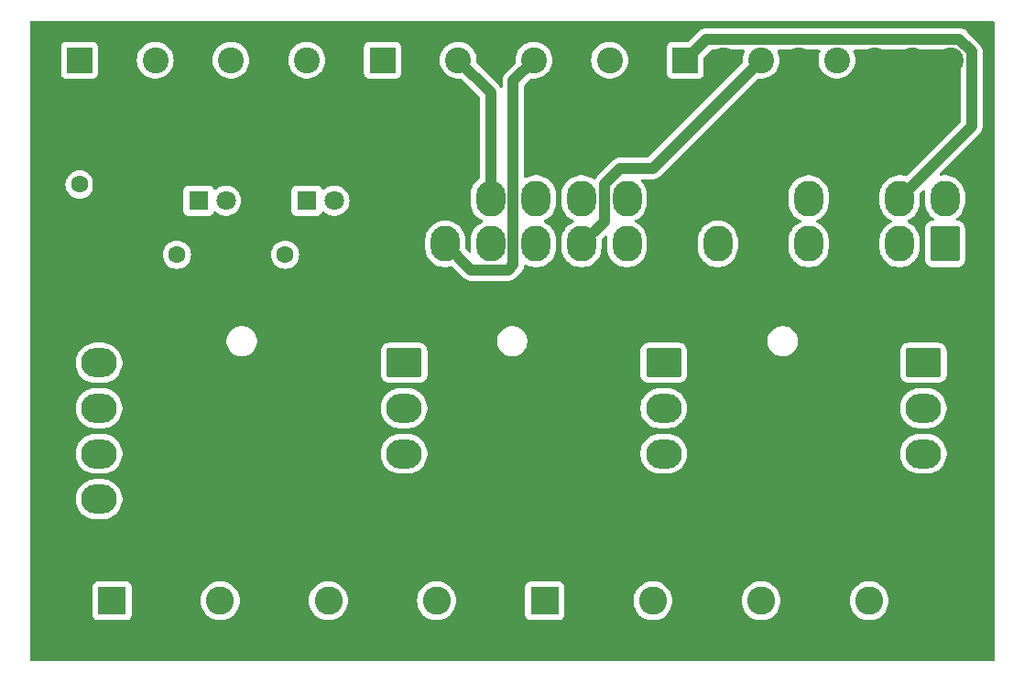
<source format=gbl>
%TF.GenerationSoftware,KiCad,Pcbnew,8.0.6*%
%TF.CreationDate,2024-12-10T23:43:24+09:00*%
%TF.ProjectId,atx_breakout,6174785f-6272-4656-916b-6f75742e6b69,rev?*%
%TF.SameCoordinates,Original*%
%TF.FileFunction,Copper,L2,Bot*%
%TF.FilePolarity,Positive*%
%FSLAX46Y46*%
G04 Gerber Fmt 4.6, Leading zero omitted, Abs format (unit mm)*
G04 Created by KiCad (PCBNEW 8.0.6) date 2024-12-10 23:43:24*
%MOMM*%
%LPD*%
G01*
G04 APERTURE LIST*
G04 Aperture macros list*
%AMRoundRect*
0 Rectangle with rounded corners*
0 $1 Rounding radius*
0 $2 $3 $4 $5 $6 $7 $8 $9 X,Y pos of 4 corners*
0 Add a 4 corners polygon primitive as box body*
4,1,4,$2,$3,$4,$5,$6,$7,$8,$9,$2,$3,0*
0 Add four circle primitives for the rounded corners*
1,1,$1+$1,$2,$3*
1,1,$1+$1,$4,$5*
1,1,$1+$1,$6,$7*
1,1,$1+$1,$8,$9*
0 Add four rect primitives between the rounded corners*
20,1,$1+$1,$2,$3,$4,$5,0*
20,1,$1+$1,$4,$5,$6,$7,0*
20,1,$1+$1,$6,$7,$8,$9,0*
20,1,$1+$1,$8,$9,$2,$3,0*%
G04 Aperture macros list end*
%TA.AperFunction,ComponentPad*%
%ADD10RoundRect,0.250001X-1.399999X1.099999X-1.399999X-1.099999X1.399999X-1.099999X1.399999X1.099999X0*%
%TD*%
%TA.AperFunction,ComponentPad*%
%ADD11O,3.300000X2.700000*%
%TD*%
%TA.AperFunction,ComponentPad*%
%ADD12R,1.800000X1.800000*%
%TD*%
%TA.AperFunction,ComponentPad*%
%ADD13C,1.800000*%
%TD*%
%TA.AperFunction,ComponentPad*%
%ADD14C,1.600000*%
%TD*%
%TA.AperFunction,ComponentPad*%
%ADD15O,1.600000X1.600000*%
%TD*%
%TA.AperFunction,ComponentPad*%
%ADD16R,2.400000X2.400000*%
%TD*%
%TA.AperFunction,ComponentPad*%
%ADD17C,2.400000*%
%TD*%
%TA.AperFunction,ComponentPad*%
%ADD18R,2.600000X2.600000*%
%TD*%
%TA.AperFunction,ComponentPad*%
%ADD19C,2.600000*%
%TD*%
%TA.AperFunction,ComponentPad*%
%ADD20RoundRect,0.250001X1.099999X1.399999X-1.099999X1.399999X-1.099999X-1.399999X1.099999X-1.399999X0*%
%TD*%
%TA.AperFunction,ComponentPad*%
%ADD21O,2.700000X3.300000*%
%TD*%
%TA.AperFunction,Conductor*%
%ADD22C,1.000000*%
%TD*%
G04 APERTURE END LIST*
D10*
%TO.P,J4,1,Pin_1*%
%TO.N,+12V*%
X83000000Y-32000000D03*
D11*
%TO.P,J4,2,Pin_2*%
X83000000Y-36200000D03*
%TO.P,J4,3,Pin_3*%
X83000000Y-40400000D03*
%TO.P,J4,4,Pin_4*%
%TO.N,GND*%
X83000000Y-44600000D03*
%TO.P,J4,5,Pin_5*%
X78800000Y-32000000D03*
%TO.P,J4,6,Pin_6*%
X78800000Y-36200000D03*
%TO.P,J4,7,Pin_7*%
X78800000Y-40400000D03*
%TO.P,J4,8,Pin_8*%
X78800000Y-44600000D03*
%TD*%
D12*
%TO.P,D1,1,K*%
%TO.N,Net-(D1-K)*%
X26000000Y-17000000D03*
D13*
%TO.P,D1,2,A*%
%TO.N,VBUS*%
X28540000Y-17000000D03*
%TD*%
D10*
%TO.P,J2,1,Pin_1*%
%TO.N,+12V*%
X35000000Y-32000000D03*
D11*
%TO.P,J2,2,Pin_2*%
X35000000Y-36200000D03*
%TO.P,J2,3,Pin_3*%
X35000000Y-40400000D03*
%TO.P,J2,4,Pin_4*%
%TO.N,GND*%
X35000000Y-44600000D03*
%TO.P,J2,5,Pin_5*%
X30800000Y-32000000D03*
%TO.P,J2,6,Pin_6*%
X30800000Y-36200000D03*
%TO.P,J2,7,Pin_7*%
X30800000Y-40400000D03*
%TO.P,J2,8,Pin_8*%
X30800000Y-44600000D03*
%TD*%
D10*
%TO.P,J1,1,Pin_1*%
%TO.N,GND*%
X11000000Y-32000000D03*
D11*
%TO.P,J1,2,Pin_2*%
X11000000Y-36200000D03*
%TO.P,J1,3,Pin_3*%
X11000000Y-40400000D03*
%TO.P,J1,4,Pin_4*%
X11000000Y-44600000D03*
%TO.P,J1,5,Pin_5*%
%TO.N,+12V*%
X6800000Y-32000000D03*
%TO.P,J1,6,Pin_6*%
X6800000Y-36200000D03*
%TO.P,J1,7,Pin_7*%
X6800000Y-40400000D03*
%TO.P,J1,8,Pin_8*%
X6800000Y-44600000D03*
%TD*%
D14*
%TO.P,R1,1*%
%TO.N,Net-(D1-K)*%
X24000000Y-22000000D03*
D15*
%TO.P,R1,2*%
%TO.N,GND*%
X31620000Y-22000000D03*
%TD*%
D10*
%TO.P,J3,1,Pin_1*%
%TO.N,+12V*%
X59000000Y-32000000D03*
D11*
%TO.P,J3,2,Pin_2*%
X59000000Y-36200000D03*
%TO.P,J3,3,Pin_3*%
X59000000Y-40400000D03*
%TO.P,J3,4,Pin_4*%
%TO.N,GND*%
X59000000Y-44600000D03*
%TO.P,J3,5,Pin_5*%
X54800000Y-32000000D03*
%TO.P,J3,6,Pin_6*%
X54800000Y-36200000D03*
%TO.P,J3,7,Pin_7*%
X54800000Y-40400000D03*
%TO.P,J3,8,Pin_8*%
X54800000Y-44600000D03*
%TD*%
D14*
%TO.P,R2,1*%
%TO.N,Net-(D2-K)*%
X14000000Y-22000000D03*
D15*
%TO.P,R2,2*%
%TO.N,GND*%
X21620000Y-22000000D03*
%TD*%
D16*
%TO.P,J6,1,Pin_1*%
%TO.N,+12V*%
X5000000Y-4000000D03*
D17*
%TO.P,J6,2,Pin_2*%
%TO.N,GND*%
X8500000Y-4000000D03*
%TO.P,J6,3,Pin_3*%
%TO.N,+12V*%
X12000000Y-4000000D03*
%TO.P,J6,4,Pin_4*%
%TO.N,GND*%
X15500000Y-4000000D03*
%TO.P,J6,5,Pin_5*%
%TO.N,+12V*%
X19000000Y-4000000D03*
%TO.P,J6,6,Pin_6*%
%TO.N,GND*%
X22500000Y-4000000D03*
%TO.P,J6,7,Pin_7*%
%TO.N,+12V*%
X26000000Y-4000000D03*
%TO.P,J6,8,Pin_8*%
%TO.N,GND*%
X29500000Y-4000000D03*
%TD*%
D16*
%TO.P,J8,1,Pin_1*%
%TO.N,-12V*%
X61000000Y-4000000D03*
D17*
%TO.P,J8,2,Pin_2*%
%TO.N,GND*%
X64500000Y-4000000D03*
%TO.P,J8,3,Pin_3*%
%TO.N,VBUS*%
X68000000Y-4000000D03*
%TO.P,J8,4,Pin_4*%
%TO.N,GND*%
X71500000Y-4000000D03*
%TO.P,J8,5,Pin_5*%
%TO.N,/PWR_OK*%
X75000000Y-4000000D03*
%TO.P,J8,6,Pin_6*%
%TO.N,GND*%
X78500000Y-4000000D03*
%TO.P,J8,7,Pin_7*%
X82000000Y-4000000D03*
%TO.P,J8,8,Pin_8*%
X85500000Y-4000000D03*
%TD*%
D16*
%TO.P,J7,1,Pin_1*%
%TO.N,+5V*%
X33000000Y-4000000D03*
D17*
%TO.P,J7,2,Pin_2*%
%TO.N,GND*%
X36500000Y-4000000D03*
%TO.P,J7,3,Pin_3*%
%TO.N,+5V*%
X40000000Y-4000000D03*
%TO.P,J7,4,Pin_4*%
%TO.N,GND*%
X43500000Y-4000000D03*
%TO.P,J7,5,Pin_5*%
%TO.N,+3.3V*%
X47000000Y-4000000D03*
%TO.P,J7,6,Pin_6*%
%TO.N,GND*%
X50500000Y-4000000D03*
%TO.P,J7,7,Pin_7*%
%TO.N,+3.3V*%
X54000000Y-4000000D03*
%TO.P,J7,8,Pin_8*%
%TO.N,GND*%
X57500000Y-4000000D03*
%TD*%
D14*
%TO.P,U1,1*%
%TO.N,GND*%
X9000000Y-15500000D03*
%TO.P,U1,2*%
X7000000Y-15500000D03*
%TO.P,U1,3*%
%TO.N,Net-(J5-PS_ON#)*%
X5000000Y-15500000D03*
%TO.P,U1,4*%
%TO.N,GND*%
X9000000Y-20500000D03*
%TO.P,U1,5*%
X7000000Y-20500000D03*
%TO.P,U1,6*%
X5000000Y-20500000D03*
%TD*%
D18*
%TO.P,J9,1,Pin_1*%
%TO.N,+12V*%
X8000000Y-54000000D03*
D19*
%TO.P,J9,2,Pin_2*%
%TO.N,GND*%
X13000000Y-54000000D03*
%TO.P,J9,3,Pin_3*%
%TO.N,+12V*%
X18000000Y-54000000D03*
%TO.P,J9,4,Pin_4*%
%TO.N,GND*%
X23000000Y-54000000D03*
%TO.P,J9,5,Pin_5*%
%TO.N,+12V*%
X28000000Y-54000000D03*
%TO.P,J9,6,Pin_6*%
%TO.N,GND*%
X33000000Y-54000000D03*
%TO.P,J9,7,Pin_7*%
%TO.N,+12V*%
X38000000Y-54000000D03*
%TO.P,J9,8,Pin_8*%
%TO.N,GND*%
X43000000Y-54000000D03*
%TD*%
D20*
%TO.P,J5,1,+3.3V*%
%TO.N,+3.3V*%
X85000000Y-21000000D03*
D21*
%TO.P,J5,2,+3.3V*%
X80800000Y-21000000D03*
%TO.P,J5,3,GND*%
%TO.N,GND*%
X76600000Y-21000000D03*
%TO.P,J5,4,+5V*%
%TO.N,+5V*%
X72400000Y-21000000D03*
%TO.P,J5,5,GND*%
%TO.N,GND*%
X68200000Y-21000000D03*
%TO.P,J5,6,+5V*%
%TO.N,+5V*%
X64000000Y-21000000D03*
%TO.P,J5,7,GND*%
%TO.N,GND*%
X59800000Y-21000000D03*
%TO.P,J5,8,PWR_OK*%
%TO.N,/PWR_OK*%
X55600000Y-21000000D03*
%TO.P,J5,9,+5VSB*%
%TO.N,VBUS*%
X51400000Y-21000000D03*
%TO.P,J5,10,+12V*%
%TO.N,+12V*%
X47200000Y-21000000D03*
%TO.P,J5,11,+12V*%
X43000000Y-21000000D03*
%TO.P,J5,12,+3.3V*%
%TO.N,+3.3V*%
X38800000Y-21000000D03*
%TO.P,J5,13,+3.3V*%
X85000000Y-16800000D03*
%TO.P,J5,14,-12V*%
%TO.N,-12V*%
X80800000Y-16800000D03*
%TO.P,J5,15,GND*%
%TO.N,GND*%
X76600000Y-16800000D03*
%TO.P,J5,16,PS_ON#*%
%TO.N,Net-(J5-PS_ON#)*%
X72400000Y-16800000D03*
%TO.P,J5,17,GND*%
%TO.N,GND*%
X68200000Y-16800000D03*
%TO.P,J5,18,GND*%
X64000000Y-16800000D03*
%TO.P,J5,19,GND*%
X59800000Y-16800000D03*
%TO.P,J5,20,NC*%
%TO.N,unconnected-(J5-NC-Pad20)*%
X55600000Y-16800000D03*
%TO.P,J5,21,+5V*%
%TO.N,+5V*%
X51400000Y-16800000D03*
%TO.P,J5,22,+5V*%
X47200000Y-16800000D03*
%TO.P,J5,23,+5V*%
X43000000Y-16800000D03*
%TO.P,J5,24,GND*%
%TO.N,GND*%
X38800000Y-16800000D03*
%TD*%
D18*
%TO.P,J10,1,Pin_1*%
%TO.N,+12V*%
X48000000Y-54000000D03*
D19*
%TO.P,J10,2,Pin_2*%
%TO.N,GND*%
X53000000Y-54000000D03*
%TO.P,J10,3,Pin_3*%
%TO.N,+12V*%
X58000000Y-54000000D03*
%TO.P,J10,4,Pin_4*%
%TO.N,GND*%
X63000000Y-54000000D03*
%TO.P,J10,5,Pin_5*%
%TO.N,+12V*%
X68000000Y-54000000D03*
%TO.P,J10,6,Pin_6*%
%TO.N,GND*%
X73000000Y-54000000D03*
%TO.P,J10,7,Pin_7*%
%TO.N,+12V*%
X78000000Y-54000000D03*
%TO.P,J10,8,Pin_8*%
%TO.N,GND*%
X83000000Y-54000000D03*
%TD*%
D12*
%TO.P,D2,1,K*%
%TO.N,Net-(D2-K)*%
X16000000Y-17000000D03*
D13*
%TO.P,D2,2,A*%
%TO.N,+5V*%
X18540000Y-17000000D03*
%TD*%
D22*
%TO.N,-12V*%
X87450000Y-10150000D02*
X87450000Y-3192283D01*
X62950000Y-2050000D02*
X61000000Y-4000000D01*
X80800000Y-16800000D02*
X87450000Y-10150000D01*
X86307717Y-2050000D02*
X62950000Y-2050000D01*
X87450000Y-3192283D02*
X86307717Y-2050000D01*
%TO.N,+5V*%
X43000000Y-7000000D02*
X40000000Y-4000000D01*
X43000000Y-16800000D02*
X43000000Y-7000000D01*
%TO.N,+3.3V*%
X38800000Y-21000000D02*
X41200000Y-23400000D01*
X45100000Y-5900000D02*
X47000000Y-4000000D01*
X45100000Y-22900000D02*
X45100000Y-5900000D01*
X44600000Y-23400000D02*
X45100000Y-22900000D01*
X41200000Y-23400000D02*
X44600000Y-23400000D01*
%TO.N,VBUS*%
X58000000Y-14000000D02*
X55000000Y-14000000D01*
X55000000Y-14000000D02*
X53500000Y-15500000D01*
X68000000Y-4000000D02*
X58000000Y-14000000D01*
X53500000Y-18900000D02*
X51400000Y-21000000D01*
X53500000Y-15500000D02*
X53500000Y-18900000D01*
%TD*%
%TA.AperFunction,Conductor*%
%TO.N,GND*%
G36*
X89542539Y-420185D02*
G01*
X89588294Y-472989D01*
X89599500Y-524500D01*
X89599500Y-59475500D01*
X89579815Y-59542539D01*
X89527011Y-59588294D01*
X89475500Y-59599500D01*
X524500Y-59599500D01*
X457461Y-59579815D01*
X411706Y-59527011D01*
X400500Y-59475500D01*
X400500Y-52652135D01*
X6199500Y-52652135D01*
X6199500Y-55347870D01*
X6199501Y-55347876D01*
X6205908Y-55407483D01*
X6256202Y-55542328D01*
X6256206Y-55542335D01*
X6342452Y-55657544D01*
X6342455Y-55657547D01*
X6457664Y-55743793D01*
X6457671Y-55743797D01*
X6592517Y-55794091D01*
X6592516Y-55794091D01*
X6599444Y-55794835D01*
X6652127Y-55800500D01*
X9347872Y-55800499D01*
X9407483Y-55794091D01*
X9542331Y-55743796D01*
X9657546Y-55657546D01*
X9743796Y-55542331D01*
X9794091Y-55407483D01*
X9800500Y-55347873D01*
X9800499Y-53999995D01*
X16194451Y-53999995D01*
X16194451Y-54000004D01*
X16214616Y-54269101D01*
X16274664Y-54532188D01*
X16274666Y-54532195D01*
X16373257Y-54783398D01*
X16508185Y-55017102D01*
X16644080Y-55187509D01*
X16676442Y-55228089D01*
X16863183Y-55401358D01*
X16874259Y-55411635D01*
X17097226Y-55563651D01*
X17340359Y-55680738D01*
X17598228Y-55760280D01*
X17598229Y-55760280D01*
X17598232Y-55760281D01*
X17865063Y-55800499D01*
X17865068Y-55800499D01*
X17865071Y-55800500D01*
X17865072Y-55800500D01*
X18134928Y-55800500D01*
X18134929Y-55800500D01*
X18134936Y-55800499D01*
X18401767Y-55760281D01*
X18401768Y-55760280D01*
X18401772Y-55760280D01*
X18659641Y-55680738D01*
X18902775Y-55563651D01*
X19125741Y-55411635D01*
X19323561Y-55228085D01*
X19491815Y-55017102D01*
X19626743Y-54783398D01*
X19725334Y-54532195D01*
X19785383Y-54269103D01*
X19805549Y-54000000D01*
X19805549Y-53999995D01*
X26194451Y-53999995D01*
X26194451Y-54000004D01*
X26214616Y-54269101D01*
X26274664Y-54532188D01*
X26274666Y-54532195D01*
X26373257Y-54783398D01*
X26508185Y-55017102D01*
X26644080Y-55187509D01*
X26676442Y-55228089D01*
X26863183Y-55401358D01*
X26874259Y-55411635D01*
X27097226Y-55563651D01*
X27340359Y-55680738D01*
X27598228Y-55760280D01*
X27598229Y-55760280D01*
X27598232Y-55760281D01*
X27865063Y-55800499D01*
X27865068Y-55800499D01*
X27865071Y-55800500D01*
X27865072Y-55800500D01*
X28134928Y-55800500D01*
X28134929Y-55800500D01*
X28134936Y-55800499D01*
X28401767Y-55760281D01*
X28401768Y-55760280D01*
X28401772Y-55760280D01*
X28659641Y-55680738D01*
X28902775Y-55563651D01*
X29125741Y-55411635D01*
X29323561Y-55228085D01*
X29491815Y-55017102D01*
X29626743Y-54783398D01*
X29725334Y-54532195D01*
X29785383Y-54269103D01*
X29805549Y-54000000D01*
X29805549Y-53999995D01*
X36194451Y-53999995D01*
X36194451Y-54000004D01*
X36214616Y-54269101D01*
X36274664Y-54532188D01*
X36274666Y-54532195D01*
X36373257Y-54783398D01*
X36508185Y-55017102D01*
X36644080Y-55187509D01*
X36676442Y-55228089D01*
X36863183Y-55401358D01*
X36874259Y-55411635D01*
X37097226Y-55563651D01*
X37340359Y-55680738D01*
X37598228Y-55760280D01*
X37598229Y-55760280D01*
X37598232Y-55760281D01*
X37865063Y-55800499D01*
X37865068Y-55800499D01*
X37865071Y-55800500D01*
X37865072Y-55800500D01*
X38134928Y-55800500D01*
X38134929Y-55800500D01*
X38134936Y-55800499D01*
X38401767Y-55760281D01*
X38401768Y-55760280D01*
X38401772Y-55760280D01*
X38659641Y-55680738D01*
X38902775Y-55563651D01*
X39125741Y-55411635D01*
X39323561Y-55228085D01*
X39491815Y-55017102D01*
X39626743Y-54783398D01*
X39725334Y-54532195D01*
X39785383Y-54269103D01*
X39805549Y-54000000D01*
X39785383Y-53730897D01*
X39725334Y-53467805D01*
X39626743Y-53216602D01*
X39491815Y-52982898D01*
X39323561Y-52771915D01*
X39323560Y-52771914D01*
X39323557Y-52771910D01*
X39194469Y-52652135D01*
X46199500Y-52652135D01*
X46199500Y-55347870D01*
X46199501Y-55347876D01*
X46205908Y-55407483D01*
X46256202Y-55542328D01*
X46256206Y-55542335D01*
X46342452Y-55657544D01*
X46342455Y-55657547D01*
X46457664Y-55743793D01*
X46457671Y-55743797D01*
X46592517Y-55794091D01*
X46592516Y-55794091D01*
X46599444Y-55794835D01*
X46652127Y-55800500D01*
X49347872Y-55800499D01*
X49407483Y-55794091D01*
X49542331Y-55743796D01*
X49657546Y-55657546D01*
X49743796Y-55542331D01*
X49794091Y-55407483D01*
X49800500Y-55347873D01*
X49800499Y-53999995D01*
X56194451Y-53999995D01*
X56194451Y-54000004D01*
X56214616Y-54269101D01*
X56274664Y-54532188D01*
X56274666Y-54532195D01*
X56373257Y-54783398D01*
X56508185Y-55017102D01*
X56644080Y-55187509D01*
X56676442Y-55228089D01*
X56863183Y-55401358D01*
X56874259Y-55411635D01*
X57097226Y-55563651D01*
X57340359Y-55680738D01*
X57598228Y-55760280D01*
X57598229Y-55760280D01*
X57598232Y-55760281D01*
X57865063Y-55800499D01*
X57865068Y-55800499D01*
X57865071Y-55800500D01*
X57865072Y-55800500D01*
X58134928Y-55800500D01*
X58134929Y-55800500D01*
X58134936Y-55800499D01*
X58401767Y-55760281D01*
X58401768Y-55760280D01*
X58401772Y-55760280D01*
X58659641Y-55680738D01*
X58902775Y-55563651D01*
X59125741Y-55411635D01*
X59323561Y-55228085D01*
X59491815Y-55017102D01*
X59626743Y-54783398D01*
X59725334Y-54532195D01*
X59785383Y-54269103D01*
X59805549Y-54000000D01*
X59805549Y-53999995D01*
X66194451Y-53999995D01*
X66194451Y-54000004D01*
X66214616Y-54269101D01*
X66274664Y-54532188D01*
X66274666Y-54532195D01*
X66373257Y-54783398D01*
X66508185Y-55017102D01*
X66644080Y-55187509D01*
X66676442Y-55228089D01*
X66863183Y-55401358D01*
X66874259Y-55411635D01*
X67097226Y-55563651D01*
X67340359Y-55680738D01*
X67598228Y-55760280D01*
X67598229Y-55760280D01*
X67598232Y-55760281D01*
X67865063Y-55800499D01*
X67865068Y-55800499D01*
X67865071Y-55800500D01*
X67865072Y-55800500D01*
X68134928Y-55800500D01*
X68134929Y-55800500D01*
X68134936Y-55800499D01*
X68401767Y-55760281D01*
X68401768Y-55760280D01*
X68401772Y-55760280D01*
X68659641Y-55680738D01*
X68902775Y-55563651D01*
X69125741Y-55411635D01*
X69323561Y-55228085D01*
X69491815Y-55017102D01*
X69626743Y-54783398D01*
X69725334Y-54532195D01*
X69785383Y-54269103D01*
X69805549Y-54000000D01*
X69805549Y-53999995D01*
X76194451Y-53999995D01*
X76194451Y-54000004D01*
X76214616Y-54269101D01*
X76274664Y-54532188D01*
X76274666Y-54532195D01*
X76373257Y-54783398D01*
X76508185Y-55017102D01*
X76644080Y-55187509D01*
X76676442Y-55228089D01*
X76863183Y-55401358D01*
X76874259Y-55411635D01*
X77097226Y-55563651D01*
X77340359Y-55680738D01*
X77598228Y-55760280D01*
X77598229Y-55760280D01*
X77598232Y-55760281D01*
X77865063Y-55800499D01*
X77865068Y-55800499D01*
X77865071Y-55800500D01*
X77865072Y-55800500D01*
X78134928Y-55800500D01*
X78134929Y-55800500D01*
X78134936Y-55800499D01*
X78401767Y-55760281D01*
X78401768Y-55760280D01*
X78401772Y-55760280D01*
X78659641Y-55680738D01*
X78902775Y-55563651D01*
X79125741Y-55411635D01*
X79323561Y-55228085D01*
X79491815Y-55017102D01*
X79626743Y-54783398D01*
X79725334Y-54532195D01*
X79785383Y-54269103D01*
X79805549Y-54000000D01*
X79785383Y-53730897D01*
X79725334Y-53467805D01*
X79626743Y-53216602D01*
X79491815Y-52982898D01*
X79323561Y-52771915D01*
X79323560Y-52771914D01*
X79323557Y-52771910D01*
X79125741Y-52588365D01*
X78902775Y-52436349D01*
X78902769Y-52436346D01*
X78902768Y-52436345D01*
X78902767Y-52436344D01*
X78659643Y-52319263D01*
X78659645Y-52319263D01*
X78401773Y-52239720D01*
X78401767Y-52239718D01*
X78134936Y-52199500D01*
X78134929Y-52199500D01*
X77865071Y-52199500D01*
X77865063Y-52199500D01*
X77598232Y-52239718D01*
X77598226Y-52239720D01*
X77340358Y-52319262D01*
X77097230Y-52436346D01*
X76874258Y-52588365D01*
X76676442Y-52771910D01*
X76508185Y-52982898D01*
X76373258Y-53216599D01*
X76373256Y-53216603D01*
X76274666Y-53467804D01*
X76274664Y-53467811D01*
X76214616Y-53730898D01*
X76194451Y-53999995D01*
X69805549Y-53999995D01*
X69785383Y-53730897D01*
X69725334Y-53467805D01*
X69626743Y-53216602D01*
X69491815Y-52982898D01*
X69323561Y-52771915D01*
X69323560Y-52771914D01*
X69323557Y-52771910D01*
X69125741Y-52588365D01*
X68902775Y-52436349D01*
X68902769Y-52436346D01*
X68902768Y-52436345D01*
X68902767Y-52436344D01*
X68659643Y-52319263D01*
X68659645Y-52319263D01*
X68401773Y-52239720D01*
X68401767Y-52239718D01*
X68134936Y-52199500D01*
X68134929Y-52199500D01*
X67865071Y-52199500D01*
X67865063Y-52199500D01*
X67598232Y-52239718D01*
X67598226Y-52239720D01*
X67340358Y-52319262D01*
X67097230Y-52436346D01*
X66874258Y-52588365D01*
X66676442Y-52771910D01*
X66508185Y-52982898D01*
X66373258Y-53216599D01*
X66373256Y-53216603D01*
X66274666Y-53467804D01*
X66274664Y-53467811D01*
X66214616Y-53730898D01*
X66194451Y-53999995D01*
X59805549Y-53999995D01*
X59785383Y-53730897D01*
X59725334Y-53467805D01*
X59626743Y-53216602D01*
X59491815Y-52982898D01*
X59323561Y-52771915D01*
X59323560Y-52771914D01*
X59323557Y-52771910D01*
X59125741Y-52588365D01*
X58902775Y-52436349D01*
X58902769Y-52436346D01*
X58902768Y-52436345D01*
X58902767Y-52436344D01*
X58659643Y-52319263D01*
X58659645Y-52319263D01*
X58401773Y-52239720D01*
X58401767Y-52239718D01*
X58134936Y-52199500D01*
X58134929Y-52199500D01*
X57865071Y-52199500D01*
X57865063Y-52199500D01*
X57598232Y-52239718D01*
X57598226Y-52239720D01*
X57340358Y-52319262D01*
X57097230Y-52436346D01*
X56874258Y-52588365D01*
X56676442Y-52771910D01*
X56508185Y-52982898D01*
X56373258Y-53216599D01*
X56373256Y-53216603D01*
X56274666Y-53467804D01*
X56274664Y-53467811D01*
X56214616Y-53730898D01*
X56194451Y-53999995D01*
X49800499Y-53999995D01*
X49800499Y-52652128D01*
X49794091Y-52592517D01*
X49792542Y-52588365D01*
X49743797Y-52457671D01*
X49743793Y-52457664D01*
X49657547Y-52342455D01*
X49657544Y-52342452D01*
X49542335Y-52256206D01*
X49542328Y-52256202D01*
X49407482Y-52205908D01*
X49407483Y-52205908D01*
X49347883Y-52199501D01*
X49347881Y-52199500D01*
X49347873Y-52199500D01*
X49347864Y-52199500D01*
X46652129Y-52199500D01*
X46652123Y-52199501D01*
X46592516Y-52205908D01*
X46457671Y-52256202D01*
X46457664Y-52256206D01*
X46342455Y-52342452D01*
X46342452Y-52342455D01*
X46256206Y-52457664D01*
X46256202Y-52457671D01*
X46205908Y-52592517D01*
X46199501Y-52652116D01*
X46199501Y-52652123D01*
X46199500Y-52652135D01*
X39194469Y-52652135D01*
X39125741Y-52588365D01*
X38902775Y-52436349D01*
X38902769Y-52436346D01*
X38902768Y-52436345D01*
X38902767Y-52436344D01*
X38659643Y-52319263D01*
X38659645Y-52319263D01*
X38401773Y-52239720D01*
X38401767Y-52239718D01*
X38134936Y-52199500D01*
X38134929Y-52199500D01*
X37865071Y-52199500D01*
X37865063Y-52199500D01*
X37598232Y-52239718D01*
X37598226Y-52239720D01*
X37340358Y-52319262D01*
X37097230Y-52436346D01*
X36874258Y-52588365D01*
X36676442Y-52771910D01*
X36508185Y-52982898D01*
X36373258Y-53216599D01*
X36373256Y-53216603D01*
X36274666Y-53467804D01*
X36274664Y-53467811D01*
X36214616Y-53730898D01*
X36194451Y-53999995D01*
X29805549Y-53999995D01*
X29785383Y-53730897D01*
X29725334Y-53467805D01*
X29626743Y-53216602D01*
X29491815Y-52982898D01*
X29323561Y-52771915D01*
X29323560Y-52771914D01*
X29323557Y-52771910D01*
X29125741Y-52588365D01*
X28902775Y-52436349D01*
X28902769Y-52436346D01*
X28902768Y-52436345D01*
X28902767Y-52436344D01*
X28659643Y-52319263D01*
X28659645Y-52319263D01*
X28401773Y-52239720D01*
X28401767Y-52239718D01*
X28134936Y-52199500D01*
X28134929Y-52199500D01*
X27865071Y-52199500D01*
X27865063Y-52199500D01*
X27598232Y-52239718D01*
X27598226Y-52239720D01*
X27340358Y-52319262D01*
X27097230Y-52436346D01*
X26874258Y-52588365D01*
X26676442Y-52771910D01*
X26508185Y-52982898D01*
X26373258Y-53216599D01*
X26373256Y-53216603D01*
X26274666Y-53467804D01*
X26274664Y-53467811D01*
X26214616Y-53730898D01*
X26194451Y-53999995D01*
X19805549Y-53999995D01*
X19785383Y-53730897D01*
X19725334Y-53467805D01*
X19626743Y-53216602D01*
X19491815Y-52982898D01*
X19323561Y-52771915D01*
X19323560Y-52771914D01*
X19323557Y-52771910D01*
X19125741Y-52588365D01*
X18902775Y-52436349D01*
X18902769Y-52436346D01*
X18902768Y-52436345D01*
X18902767Y-52436344D01*
X18659643Y-52319263D01*
X18659645Y-52319263D01*
X18401773Y-52239720D01*
X18401767Y-52239718D01*
X18134936Y-52199500D01*
X18134929Y-52199500D01*
X17865071Y-52199500D01*
X17865063Y-52199500D01*
X17598232Y-52239718D01*
X17598226Y-52239720D01*
X17340358Y-52319262D01*
X17097230Y-52436346D01*
X16874258Y-52588365D01*
X16676442Y-52771910D01*
X16508185Y-52982898D01*
X16373258Y-53216599D01*
X16373256Y-53216603D01*
X16274666Y-53467804D01*
X16274664Y-53467811D01*
X16214616Y-53730898D01*
X16194451Y-53999995D01*
X9800499Y-53999995D01*
X9800499Y-52652128D01*
X9794091Y-52592517D01*
X9792542Y-52588365D01*
X9743797Y-52457671D01*
X9743793Y-52457664D01*
X9657547Y-52342455D01*
X9657544Y-52342452D01*
X9542335Y-52256206D01*
X9542328Y-52256202D01*
X9407482Y-52205908D01*
X9407483Y-52205908D01*
X9347883Y-52199501D01*
X9347881Y-52199500D01*
X9347873Y-52199500D01*
X9347864Y-52199500D01*
X6652129Y-52199500D01*
X6652123Y-52199501D01*
X6592516Y-52205908D01*
X6457671Y-52256202D01*
X6457664Y-52256206D01*
X6342455Y-52342452D01*
X6342452Y-52342455D01*
X6256206Y-52457664D01*
X6256202Y-52457671D01*
X6205908Y-52592517D01*
X6199501Y-52652116D01*
X6199501Y-52652123D01*
X6199500Y-52652135D01*
X400500Y-52652135D01*
X400500Y-44478711D01*
X4649500Y-44478711D01*
X4649500Y-44721288D01*
X4681161Y-44961785D01*
X4743947Y-45196104D01*
X4836773Y-45420205D01*
X4836776Y-45420212D01*
X4958064Y-45630289D01*
X4958066Y-45630292D01*
X4958067Y-45630293D01*
X5105733Y-45822736D01*
X5105739Y-45822743D01*
X5277256Y-45994260D01*
X5277262Y-45994265D01*
X5469711Y-46141936D01*
X5679788Y-46263224D01*
X5903900Y-46356054D01*
X6138211Y-46418838D01*
X6318586Y-46442584D01*
X6378711Y-46450500D01*
X6378712Y-46450500D01*
X7221289Y-46450500D01*
X7269388Y-46444167D01*
X7461789Y-46418838D01*
X7696100Y-46356054D01*
X7920212Y-46263224D01*
X8130289Y-46141936D01*
X8322738Y-45994265D01*
X8494265Y-45822738D01*
X8641936Y-45630289D01*
X8763224Y-45420212D01*
X8856054Y-45196100D01*
X8918838Y-44961789D01*
X8950500Y-44721288D01*
X8950500Y-44478712D01*
X8918838Y-44238211D01*
X8856054Y-44003900D01*
X8763224Y-43779788D01*
X8641936Y-43569711D01*
X8494265Y-43377262D01*
X8494260Y-43377256D01*
X8322743Y-43205739D01*
X8322736Y-43205733D01*
X8130293Y-43058067D01*
X8130292Y-43058066D01*
X8130289Y-43058064D01*
X7920212Y-42936776D01*
X7920205Y-42936773D01*
X7696104Y-42843947D01*
X7461785Y-42781161D01*
X7221289Y-42749500D01*
X7221288Y-42749500D01*
X6378712Y-42749500D01*
X6378711Y-42749500D01*
X6138214Y-42781161D01*
X5903895Y-42843947D01*
X5679794Y-42936773D01*
X5679785Y-42936777D01*
X5469706Y-43058067D01*
X5277263Y-43205733D01*
X5277256Y-43205739D01*
X5105739Y-43377256D01*
X5105733Y-43377263D01*
X4958067Y-43569706D01*
X4836777Y-43779785D01*
X4836773Y-43779794D01*
X4743947Y-44003895D01*
X4681161Y-44238214D01*
X4649500Y-44478711D01*
X400500Y-44478711D01*
X400500Y-40278711D01*
X4649500Y-40278711D01*
X4649500Y-40521288D01*
X4681161Y-40761785D01*
X4743947Y-40996104D01*
X4836773Y-41220205D01*
X4836776Y-41220212D01*
X4958064Y-41430289D01*
X4958066Y-41430292D01*
X4958067Y-41430293D01*
X5105733Y-41622736D01*
X5105739Y-41622743D01*
X5277256Y-41794260D01*
X5277262Y-41794265D01*
X5469711Y-41941936D01*
X5679788Y-42063224D01*
X5903900Y-42156054D01*
X6138211Y-42218838D01*
X6318586Y-42242584D01*
X6378711Y-42250500D01*
X6378712Y-42250500D01*
X7221289Y-42250500D01*
X7269388Y-42244167D01*
X7461789Y-42218838D01*
X7696100Y-42156054D01*
X7920212Y-42063224D01*
X8130289Y-41941936D01*
X8322738Y-41794265D01*
X8494265Y-41622738D01*
X8641936Y-41430289D01*
X8763224Y-41220212D01*
X8856054Y-40996100D01*
X8918838Y-40761789D01*
X8950500Y-40521288D01*
X8950500Y-40278712D01*
X8950500Y-40278711D01*
X32849500Y-40278711D01*
X32849500Y-40521288D01*
X32881161Y-40761785D01*
X32943947Y-40996104D01*
X33036773Y-41220205D01*
X33036776Y-41220212D01*
X33158064Y-41430289D01*
X33158066Y-41430292D01*
X33158067Y-41430293D01*
X33305733Y-41622736D01*
X33305739Y-41622743D01*
X33477256Y-41794260D01*
X33477262Y-41794265D01*
X33669711Y-41941936D01*
X33879788Y-42063224D01*
X34103900Y-42156054D01*
X34338211Y-42218838D01*
X34518586Y-42242584D01*
X34578711Y-42250500D01*
X34578712Y-42250500D01*
X35421289Y-42250500D01*
X35469388Y-42244167D01*
X35661789Y-42218838D01*
X35896100Y-42156054D01*
X36120212Y-42063224D01*
X36330289Y-41941936D01*
X36522738Y-41794265D01*
X36694265Y-41622738D01*
X36841936Y-41430289D01*
X36963224Y-41220212D01*
X37056054Y-40996100D01*
X37118838Y-40761789D01*
X37150500Y-40521288D01*
X37150500Y-40278712D01*
X37150500Y-40278711D01*
X56849500Y-40278711D01*
X56849500Y-40521288D01*
X56881161Y-40761785D01*
X56943947Y-40996104D01*
X57036773Y-41220205D01*
X57036776Y-41220212D01*
X57158064Y-41430289D01*
X57158066Y-41430292D01*
X57158067Y-41430293D01*
X57305733Y-41622736D01*
X57305739Y-41622743D01*
X57477256Y-41794260D01*
X57477262Y-41794265D01*
X57669711Y-41941936D01*
X57879788Y-42063224D01*
X58103900Y-42156054D01*
X58338211Y-42218838D01*
X58518586Y-42242584D01*
X58578711Y-42250500D01*
X58578712Y-42250500D01*
X59421289Y-42250500D01*
X59469388Y-42244167D01*
X59661789Y-42218838D01*
X59896100Y-42156054D01*
X60120212Y-42063224D01*
X60330289Y-41941936D01*
X60522738Y-41794265D01*
X60694265Y-41622738D01*
X60841936Y-41430289D01*
X60963224Y-41220212D01*
X61056054Y-40996100D01*
X61118838Y-40761789D01*
X61150500Y-40521288D01*
X61150500Y-40278712D01*
X61150500Y-40278711D01*
X80849500Y-40278711D01*
X80849500Y-40521288D01*
X80881161Y-40761785D01*
X80943947Y-40996104D01*
X81036773Y-41220205D01*
X81036776Y-41220212D01*
X81158064Y-41430289D01*
X81158066Y-41430292D01*
X81158067Y-41430293D01*
X81305733Y-41622736D01*
X81305739Y-41622743D01*
X81477256Y-41794260D01*
X81477262Y-41794265D01*
X81669711Y-41941936D01*
X81879788Y-42063224D01*
X82103900Y-42156054D01*
X82338211Y-42218838D01*
X82518586Y-42242584D01*
X82578711Y-42250500D01*
X82578712Y-42250500D01*
X83421289Y-42250500D01*
X83469388Y-42244167D01*
X83661789Y-42218838D01*
X83896100Y-42156054D01*
X84120212Y-42063224D01*
X84330289Y-41941936D01*
X84522738Y-41794265D01*
X84694265Y-41622738D01*
X84841936Y-41430289D01*
X84963224Y-41220212D01*
X85056054Y-40996100D01*
X85118838Y-40761789D01*
X85150500Y-40521288D01*
X85150500Y-40278712D01*
X85118838Y-40038211D01*
X85056054Y-39803900D01*
X84963224Y-39579788D01*
X84841936Y-39369711D01*
X84694265Y-39177262D01*
X84694260Y-39177256D01*
X84522743Y-39005739D01*
X84522736Y-39005733D01*
X84330293Y-38858067D01*
X84330292Y-38858066D01*
X84330289Y-38858064D01*
X84120212Y-38736776D01*
X84120205Y-38736773D01*
X83896104Y-38643947D01*
X83661785Y-38581161D01*
X83421289Y-38549500D01*
X83421288Y-38549500D01*
X82578712Y-38549500D01*
X82578711Y-38549500D01*
X82338214Y-38581161D01*
X82103895Y-38643947D01*
X81879794Y-38736773D01*
X81879785Y-38736777D01*
X81669706Y-38858067D01*
X81477263Y-39005733D01*
X81477256Y-39005739D01*
X81305739Y-39177256D01*
X81305733Y-39177263D01*
X81158067Y-39369706D01*
X81036777Y-39579785D01*
X81036773Y-39579794D01*
X80943947Y-39803895D01*
X80881161Y-40038214D01*
X80849500Y-40278711D01*
X61150500Y-40278711D01*
X61118838Y-40038211D01*
X61056054Y-39803900D01*
X60963224Y-39579788D01*
X60841936Y-39369711D01*
X60694265Y-39177262D01*
X60694260Y-39177256D01*
X60522743Y-39005739D01*
X60522736Y-39005733D01*
X60330293Y-38858067D01*
X60330292Y-38858066D01*
X60330289Y-38858064D01*
X60120212Y-38736776D01*
X60120205Y-38736773D01*
X59896104Y-38643947D01*
X59661785Y-38581161D01*
X59421289Y-38549500D01*
X59421288Y-38549500D01*
X58578712Y-38549500D01*
X58578711Y-38549500D01*
X58338214Y-38581161D01*
X58103895Y-38643947D01*
X57879794Y-38736773D01*
X57879785Y-38736777D01*
X57669706Y-38858067D01*
X57477263Y-39005733D01*
X57477256Y-39005739D01*
X57305739Y-39177256D01*
X57305733Y-39177263D01*
X57158067Y-39369706D01*
X57036777Y-39579785D01*
X57036773Y-39579794D01*
X56943947Y-39803895D01*
X56881161Y-40038214D01*
X56849500Y-40278711D01*
X37150500Y-40278711D01*
X37118838Y-40038211D01*
X37056054Y-39803900D01*
X36963224Y-39579788D01*
X36841936Y-39369711D01*
X36694265Y-39177262D01*
X36694260Y-39177256D01*
X36522743Y-39005739D01*
X36522736Y-39005733D01*
X36330293Y-38858067D01*
X36330292Y-38858066D01*
X36330289Y-38858064D01*
X36120212Y-38736776D01*
X36120205Y-38736773D01*
X35896104Y-38643947D01*
X35661785Y-38581161D01*
X35421289Y-38549500D01*
X35421288Y-38549500D01*
X34578712Y-38549500D01*
X34578711Y-38549500D01*
X34338214Y-38581161D01*
X34103895Y-38643947D01*
X33879794Y-38736773D01*
X33879785Y-38736777D01*
X33669706Y-38858067D01*
X33477263Y-39005733D01*
X33477256Y-39005739D01*
X33305739Y-39177256D01*
X33305733Y-39177263D01*
X33158067Y-39369706D01*
X33036777Y-39579785D01*
X33036773Y-39579794D01*
X32943947Y-39803895D01*
X32881161Y-40038214D01*
X32849500Y-40278711D01*
X8950500Y-40278711D01*
X8918838Y-40038211D01*
X8856054Y-39803900D01*
X8763224Y-39579788D01*
X8641936Y-39369711D01*
X8494265Y-39177262D01*
X8494260Y-39177256D01*
X8322743Y-39005739D01*
X8322736Y-39005733D01*
X8130293Y-38858067D01*
X8130292Y-38858066D01*
X8130289Y-38858064D01*
X7920212Y-38736776D01*
X7920205Y-38736773D01*
X7696104Y-38643947D01*
X7461785Y-38581161D01*
X7221289Y-38549500D01*
X7221288Y-38549500D01*
X6378712Y-38549500D01*
X6378711Y-38549500D01*
X6138214Y-38581161D01*
X5903895Y-38643947D01*
X5679794Y-38736773D01*
X5679785Y-38736777D01*
X5469706Y-38858067D01*
X5277263Y-39005733D01*
X5277256Y-39005739D01*
X5105739Y-39177256D01*
X5105733Y-39177263D01*
X4958067Y-39369706D01*
X4836777Y-39579785D01*
X4836773Y-39579794D01*
X4743947Y-39803895D01*
X4681161Y-40038214D01*
X4649500Y-40278711D01*
X400500Y-40278711D01*
X400500Y-36078711D01*
X4649500Y-36078711D01*
X4649500Y-36321288D01*
X4681161Y-36561785D01*
X4743947Y-36796104D01*
X4836773Y-37020205D01*
X4836776Y-37020212D01*
X4958064Y-37230289D01*
X4958066Y-37230292D01*
X4958067Y-37230293D01*
X5105733Y-37422736D01*
X5105739Y-37422743D01*
X5277256Y-37594260D01*
X5277262Y-37594265D01*
X5469711Y-37741936D01*
X5679788Y-37863224D01*
X5903900Y-37956054D01*
X6138211Y-38018838D01*
X6318586Y-38042584D01*
X6378711Y-38050500D01*
X6378712Y-38050500D01*
X7221289Y-38050500D01*
X7269388Y-38044167D01*
X7461789Y-38018838D01*
X7696100Y-37956054D01*
X7920212Y-37863224D01*
X8130289Y-37741936D01*
X8322738Y-37594265D01*
X8494265Y-37422738D01*
X8641936Y-37230289D01*
X8763224Y-37020212D01*
X8856054Y-36796100D01*
X8918838Y-36561789D01*
X8950500Y-36321288D01*
X8950500Y-36078712D01*
X8950500Y-36078711D01*
X32849500Y-36078711D01*
X32849500Y-36321288D01*
X32881161Y-36561785D01*
X32943947Y-36796104D01*
X33036773Y-37020205D01*
X33036776Y-37020212D01*
X33158064Y-37230289D01*
X33158066Y-37230292D01*
X33158067Y-37230293D01*
X33305733Y-37422736D01*
X33305739Y-37422743D01*
X33477256Y-37594260D01*
X33477262Y-37594265D01*
X33669711Y-37741936D01*
X33879788Y-37863224D01*
X34103900Y-37956054D01*
X34338211Y-38018838D01*
X34518586Y-38042584D01*
X34578711Y-38050500D01*
X34578712Y-38050500D01*
X35421289Y-38050500D01*
X35469388Y-38044167D01*
X35661789Y-38018838D01*
X35896100Y-37956054D01*
X36120212Y-37863224D01*
X36330289Y-37741936D01*
X36522738Y-37594265D01*
X36694265Y-37422738D01*
X36841936Y-37230289D01*
X36963224Y-37020212D01*
X37056054Y-36796100D01*
X37118838Y-36561789D01*
X37150500Y-36321288D01*
X37150500Y-36078712D01*
X37150500Y-36078711D01*
X56849500Y-36078711D01*
X56849500Y-36321288D01*
X56881161Y-36561785D01*
X56943947Y-36796104D01*
X57036773Y-37020205D01*
X57036776Y-37020212D01*
X57158064Y-37230289D01*
X57158066Y-37230292D01*
X57158067Y-37230293D01*
X57305733Y-37422736D01*
X57305739Y-37422743D01*
X57477256Y-37594260D01*
X57477262Y-37594265D01*
X57669711Y-37741936D01*
X57879788Y-37863224D01*
X58103900Y-37956054D01*
X58338211Y-38018838D01*
X58518586Y-38042584D01*
X58578711Y-38050500D01*
X58578712Y-38050500D01*
X59421289Y-38050500D01*
X59469388Y-38044167D01*
X59661789Y-38018838D01*
X59896100Y-37956054D01*
X60120212Y-37863224D01*
X60330289Y-37741936D01*
X60522738Y-37594265D01*
X60694265Y-37422738D01*
X60841936Y-37230289D01*
X60963224Y-37020212D01*
X61056054Y-36796100D01*
X61118838Y-36561789D01*
X61150500Y-36321288D01*
X61150500Y-36078712D01*
X61150500Y-36078711D01*
X80849500Y-36078711D01*
X80849500Y-36321288D01*
X80881161Y-36561785D01*
X80943947Y-36796104D01*
X81036773Y-37020205D01*
X81036776Y-37020212D01*
X81158064Y-37230289D01*
X81158066Y-37230292D01*
X81158067Y-37230293D01*
X81305733Y-37422736D01*
X81305739Y-37422743D01*
X81477256Y-37594260D01*
X81477262Y-37594265D01*
X81669711Y-37741936D01*
X81879788Y-37863224D01*
X82103900Y-37956054D01*
X82338211Y-38018838D01*
X82518586Y-38042584D01*
X82578711Y-38050500D01*
X82578712Y-38050500D01*
X83421289Y-38050500D01*
X83469388Y-38044167D01*
X83661789Y-38018838D01*
X83896100Y-37956054D01*
X84120212Y-37863224D01*
X84330289Y-37741936D01*
X84522738Y-37594265D01*
X84694265Y-37422738D01*
X84841936Y-37230289D01*
X84963224Y-37020212D01*
X85056054Y-36796100D01*
X85118838Y-36561789D01*
X85150500Y-36321288D01*
X85150500Y-36078712D01*
X85118838Y-35838211D01*
X85056054Y-35603900D01*
X84963224Y-35379788D01*
X84841936Y-35169711D01*
X84694265Y-34977262D01*
X84694260Y-34977256D01*
X84522743Y-34805739D01*
X84522736Y-34805733D01*
X84330293Y-34658067D01*
X84330292Y-34658066D01*
X84330289Y-34658064D01*
X84120212Y-34536776D01*
X84120205Y-34536773D01*
X83896104Y-34443947D01*
X83661785Y-34381161D01*
X83421289Y-34349500D01*
X83421288Y-34349500D01*
X82578712Y-34349500D01*
X82578711Y-34349500D01*
X82338214Y-34381161D01*
X82103895Y-34443947D01*
X81879794Y-34536773D01*
X81879785Y-34536777D01*
X81669706Y-34658067D01*
X81477263Y-34805733D01*
X81477256Y-34805739D01*
X81305739Y-34977256D01*
X81305733Y-34977263D01*
X81158067Y-35169706D01*
X81036777Y-35379785D01*
X81036773Y-35379794D01*
X80943947Y-35603895D01*
X80881161Y-35838214D01*
X80849500Y-36078711D01*
X61150500Y-36078711D01*
X61118838Y-35838211D01*
X61056054Y-35603900D01*
X60963224Y-35379788D01*
X60841936Y-35169711D01*
X60694265Y-34977262D01*
X60694260Y-34977256D01*
X60522743Y-34805739D01*
X60522736Y-34805733D01*
X60330293Y-34658067D01*
X60330292Y-34658066D01*
X60330289Y-34658064D01*
X60120212Y-34536776D01*
X60120205Y-34536773D01*
X59896104Y-34443947D01*
X59661785Y-34381161D01*
X59421289Y-34349500D01*
X59421288Y-34349500D01*
X58578712Y-34349500D01*
X58578711Y-34349500D01*
X58338214Y-34381161D01*
X58103895Y-34443947D01*
X57879794Y-34536773D01*
X57879785Y-34536777D01*
X57669706Y-34658067D01*
X57477263Y-34805733D01*
X57477256Y-34805739D01*
X57305739Y-34977256D01*
X57305733Y-34977263D01*
X57158067Y-35169706D01*
X57036777Y-35379785D01*
X57036773Y-35379794D01*
X56943947Y-35603895D01*
X56881161Y-35838214D01*
X56849500Y-36078711D01*
X37150500Y-36078711D01*
X37118838Y-35838211D01*
X37056054Y-35603900D01*
X36963224Y-35379788D01*
X36841936Y-35169711D01*
X36694265Y-34977262D01*
X36694260Y-34977256D01*
X36522743Y-34805739D01*
X36522736Y-34805733D01*
X36330293Y-34658067D01*
X36330292Y-34658066D01*
X36330289Y-34658064D01*
X36120212Y-34536776D01*
X36120205Y-34536773D01*
X35896104Y-34443947D01*
X35661785Y-34381161D01*
X35421289Y-34349500D01*
X35421288Y-34349500D01*
X34578712Y-34349500D01*
X34578711Y-34349500D01*
X34338214Y-34381161D01*
X34103895Y-34443947D01*
X33879794Y-34536773D01*
X33879785Y-34536777D01*
X33669706Y-34658067D01*
X33477263Y-34805733D01*
X33477256Y-34805739D01*
X33305739Y-34977256D01*
X33305733Y-34977263D01*
X33158067Y-35169706D01*
X33036777Y-35379785D01*
X33036773Y-35379794D01*
X32943947Y-35603895D01*
X32881161Y-35838214D01*
X32849500Y-36078711D01*
X8950500Y-36078711D01*
X8918838Y-35838211D01*
X8856054Y-35603900D01*
X8763224Y-35379788D01*
X8641936Y-35169711D01*
X8494265Y-34977262D01*
X8494260Y-34977256D01*
X8322743Y-34805739D01*
X8322736Y-34805733D01*
X8130293Y-34658067D01*
X8130292Y-34658066D01*
X8130289Y-34658064D01*
X7920212Y-34536776D01*
X7920205Y-34536773D01*
X7696104Y-34443947D01*
X7461785Y-34381161D01*
X7221289Y-34349500D01*
X7221288Y-34349500D01*
X6378712Y-34349500D01*
X6378711Y-34349500D01*
X6138214Y-34381161D01*
X5903895Y-34443947D01*
X5679794Y-34536773D01*
X5679785Y-34536777D01*
X5469706Y-34658067D01*
X5277263Y-34805733D01*
X5277256Y-34805739D01*
X5105739Y-34977256D01*
X5105733Y-34977263D01*
X4958067Y-35169706D01*
X4836777Y-35379785D01*
X4836773Y-35379794D01*
X4743947Y-35603895D01*
X4681161Y-35838214D01*
X4649500Y-36078711D01*
X400500Y-36078711D01*
X400500Y-31878711D01*
X4649500Y-31878711D01*
X4649500Y-32121288D01*
X4681161Y-32361785D01*
X4743947Y-32596104D01*
X4836773Y-32820205D01*
X4836776Y-32820212D01*
X4958064Y-33030289D01*
X4958066Y-33030292D01*
X4958067Y-33030293D01*
X5105733Y-33222736D01*
X5105739Y-33222743D01*
X5277256Y-33394260D01*
X5277263Y-33394266D01*
X5390321Y-33481018D01*
X5469711Y-33541936D01*
X5679788Y-33663224D01*
X5903900Y-33756054D01*
X6138211Y-33818838D01*
X6298940Y-33839998D01*
X6378711Y-33850500D01*
X6378712Y-33850500D01*
X7221289Y-33850500D01*
X7301052Y-33839999D01*
X7461789Y-33818838D01*
X7696100Y-33756054D01*
X7920212Y-33663224D01*
X8130289Y-33541936D01*
X8322738Y-33394265D01*
X8494265Y-33222738D01*
X8641936Y-33030289D01*
X8763224Y-32820212D01*
X8856054Y-32596100D01*
X8918838Y-32361789D01*
X8950500Y-32121288D01*
X8950500Y-31878712D01*
X8918838Y-31638211D01*
X8856054Y-31403900D01*
X8763224Y-31179788D01*
X8641936Y-30969711D01*
X8550073Y-30849992D01*
X8494266Y-30777263D01*
X8494260Y-30777256D01*
X8322743Y-30605739D01*
X8322736Y-30605733D01*
X8130293Y-30458067D01*
X8130292Y-30458066D01*
X8130289Y-30458064D01*
X7920212Y-30336776D01*
X7898907Y-30327951D01*
X7696104Y-30243947D01*
X7461785Y-30181161D01*
X7221289Y-30149500D01*
X7221288Y-30149500D01*
X6378712Y-30149500D01*
X6378711Y-30149500D01*
X6138214Y-30181161D01*
X5903895Y-30243947D01*
X5679794Y-30336773D01*
X5679785Y-30336777D01*
X5469706Y-30458067D01*
X5277263Y-30605733D01*
X5277256Y-30605739D01*
X5105739Y-30777256D01*
X5105733Y-30777263D01*
X4958067Y-30969706D01*
X4836777Y-31179785D01*
X4836773Y-31179794D01*
X4743947Y-31403895D01*
X4681161Y-31638214D01*
X4649500Y-31878711D01*
X400500Y-31878711D01*
X400500Y-29889778D01*
X18599500Y-29889778D01*
X18599500Y-30110221D01*
X18633985Y-30327952D01*
X18702103Y-30537603D01*
X18702104Y-30537606D01*
X18802187Y-30734025D01*
X18931752Y-30912358D01*
X18931756Y-30912363D01*
X19087636Y-31068243D01*
X19087641Y-31068247D01*
X19241162Y-31179785D01*
X19265978Y-31197815D01*
X19394375Y-31263237D01*
X19462393Y-31297895D01*
X19462396Y-31297896D01*
X19567221Y-31331955D01*
X19672049Y-31366015D01*
X19889778Y-31400500D01*
X19889779Y-31400500D01*
X20110221Y-31400500D01*
X20110222Y-31400500D01*
X20327951Y-31366015D01*
X20537606Y-31297895D01*
X20734022Y-31197815D01*
X20912365Y-31068242D01*
X21068242Y-30912365D01*
X21113564Y-30849984D01*
X32849500Y-30849984D01*
X32849500Y-33150015D01*
X32860000Y-33252795D01*
X32860001Y-33252796D01*
X32915186Y-33419335D01*
X32915187Y-33419337D01*
X33007286Y-33568651D01*
X33007289Y-33568655D01*
X33131344Y-33692710D01*
X33131348Y-33692713D01*
X33280662Y-33784812D01*
X33280664Y-33784813D01*
X33280666Y-33784814D01*
X33447203Y-33839999D01*
X33549992Y-33850500D01*
X33549997Y-33850500D01*
X36450003Y-33850500D01*
X36450008Y-33850500D01*
X36552797Y-33839999D01*
X36719334Y-33784814D01*
X36868655Y-33692711D01*
X36992711Y-33568655D01*
X37084814Y-33419334D01*
X37139999Y-33252797D01*
X37150500Y-33150008D01*
X37150500Y-30849992D01*
X37139999Y-30747203D01*
X37084814Y-30580666D01*
X37058252Y-30537603D01*
X36992713Y-30431348D01*
X36992710Y-30431344D01*
X36868655Y-30307289D01*
X36868651Y-30307286D01*
X36719337Y-30215187D01*
X36719335Y-30215186D01*
X36636065Y-30187593D01*
X36552797Y-30160001D01*
X36552795Y-30160000D01*
X36450015Y-30149500D01*
X36450008Y-30149500D01*
X33549992Y-30149500D01*
X33549984Y-30149500D01*
X33447204Y-30160000D01*
X33447203Y-30160001D01*
X33280664Y-30215186D01*
X33280662Y-30215187D01*
X33131348Y-30307286D01*
X33131344Y-30307289D01*
X33007289Y-30431344D01*
X33007286Y-30431348D01*
X32915187Y-30580662D01*
X32915186Y-30580664D01*
X32860001Y-30747203D01*
X32860000Y-30747204D01*
X32849500Y-30849984D01*
X21113564Y-30849984D01*
X21197815Y-30734022D01*
X21297895Y-30537606D01*
X21366015Y-30327951D01*
X21400500Y-30110222D01*
X21400500Y-29889778D01*
X43599500Y-29889778D01*
X43599500Y-30110221D01*
X43633985Y-30327952D01*
X43702103Y-30537603D01*
X43702104Y-30537606D01*
X43802187Y-30734025D01*
X43931752Y-30912358D01*
X43931756Y-30912363D01*
X44087636Y-31068243D01*
X44087641Y-31068247D01*
X44241162Y-31179785D01*
X44265978Y-31197815D01*
X44394375Y-31263237D01*
X44462393Y-31297895D01*
X44462396Y-31297896D01*
X44567221Y-31331955D01*
X44672049Y-31366015D01*
X44889778Y-31400500D01*
X44889779Y-31400500D01*
X45110221Y-31400500D01*
X45110222Y-31400500D01*
X45327951Y-31366015D01*
X45537606Y-31297895D01*
X45734022Y-31197815D01*
X45912365Y-31068242D01*
X46068242Y-30912365D01*
X46113564Y-30849984D01*
X56849500Y-30849984D01*
X56849500Y-33150015D01*
X56860000Y-33252795D01*
X56860001Y-33252796D01*
X56915186Y-33419335D01*
X56915187Y-33419337D01*
X57007286Y-33568651D01*
X57007289Y-33568655D01*
X57131344Y-33692710D01*
X57131348Y-33692713D01*
X57280662Y-33784812D01*
X57280664Y-33784813D01*
X57280666Y-33784814D01*
X57447203Y-33839999D01*
X57549992Y-33850500D01*
X57549997Y-33850500D01*
X60450003Y-33850500D01*
X60450008Y-33850500D01*
X60552797Y-33839999D01*
X60719334Y-33784814D01*
X60868655Y-33692711D01*
X60992711Y-33568655D01*
X61084814Y-33419334D01*
X61139999Y-33252797D01*
X61150500Y-33150008D01*
X61150500Y-30849992D01*
X61139999Y-30747203D01*
X61084814Y-30580666D01*
X61058252Y-30537603D01*
X60992713Y-30431348D01*
X60992710Y-30431344D01*
X60868655Y-30307289D01*
X60868651Y-30307286D01*
X60719337Y-30215187D01*
X60719335Y-30215186D01*
X60636065Y-30187593D01*
X60552797Y-30160001D01*
X60552795Y-30160000D01*
X60450015Y-30149500D01*
X60450008Y-30149500D01*
X57549992Y-30149500D01*
X57549984Y-30149500D01*
X57447204Y-30160000D01*
X57447203Y-30160001D01*
X57280664Y-30215186D01*
X57280662Y-30215187D01*
X57131348Y-30307286D01*
X57131344Y-30307289D01*
X57007289Y-30431344D01*
X57007286Y-30431348D01*
X56915187Y-30580662D01*
X56915186Y-30580664D01*
X56860001Y-30747203D01*
X56860000Y-30747204D01*
X56849500Y-30849984D01*
X46113564Y-30849984D01*
X46197815Y-30734022D01*
X46297895Y-30537606D01*
X46366015Y-30327951D01*
X46400500Y-30110222D01*
X46400500Y-29889778D01*
X68599500Y-29889778D01*
X68599500Y-30110221D01*
X68633985Y-30327952D01*
X68702103Y-30537603D01*
X68702104Y-30537606D01*
X68802187Y-30734025D01*
X68931752Y-30912358D01*
X68931756Y-30912363D01*
X69087636Y-31068243D01*
X69087641Y-31068247D01*
X69241162Y-31179785D01*
X69265978Y-31197815D01*
X69394375Y-31263237D01*
X69462393Y-31297895D01*
X69462396Y-31297896D01*
X69567221Y-31331955D01*
X69672049Y-31366015D01*
X69889778Y-31400500D01*
X69889779Y-31400500D01*
X70110221Y-31400500D01*
X70110222Y-31400500D01*
X70327951Y-31366015D01*
X70537606Y-31297895D01*
X70734022Y-31197815D01*
X70912365Y-31068242D01*
X71068242Y-30912365D01*
X71113564Y-30849984D01*
X80849500Y-30849984D01*
X80849500Y-33150015D01*
X80860000Y-33252795D01*
X80860001Y-33252796D01*
X80915186Y-33419335D01*
X80915187Y-33419337D01*
X81007286Y-33568651D01*
X81007289Y-33568655D01*
X81131344Y-33692710D01*
X81131348Y-33692713D01*
X81280662Y-33784812D01*
X81280664Y-33784813D01*
X81280666Y-33784814D01*
X81447203Y-33839999D01*
X81549992Y-33850500D01*
X81549997Y-33850500D01*
X84450003Y-33850500D01*
X84450008Y-33850500D01*
X84552797Y-33839999D01*
X84719334Y-33784814D01*
X84868655Y-33692711D01*
X84992711Y-33568655D01*
X85084814Y-33419334D01*
X85139999Y-33252797D01*
X85150500Y-33150008D01*
X85150500Y-30849992D01*
X85139999Y-30747203D01*
X85084814Y-30580666D01*
X85058252Y-30537603D01*
X84992713Y-30431348D01*
X84992710Y-30431344D01*
X84868655Y-30307289D01*
X84868651Y-30307286D01*
X84719337Y-30215187D01*
X84719335Y-30215186D01*
X84636065Y-30187593D01*
X84552797Y-30160001D01*
X84552795Y-30160000D01*
X84450015Y-30149500D01*
X84450008Y-30149500D01*
X81549992Y-30149500D01*
X81549984Y-30149500D01*
X81447204Y-30160000D01*
X81447203Y-30160001D01*
X81280664Y-30215186D01*
X81280662Y-30215187D01*
X81131348Y-30307286D01*
X81131344Y-30307289D01*
X81007289Y-30431344D01*
X81007286Y-30431348D01*
X80915187Y-30580662D01*
X80915186Y-30580664D01*
X80860001Y-30747203D01*
X80860000Y-30747204D01*
X80849500Y-30849984D01*
X71113564Y-30849984D01*
X71197815Y-30734022D01*
X71297895Y-30537606D01*
X71366015Y-30327951D01*
X71400500Y-30110222D01*
X71400500Y-29889778D01*
X71366015Y-29672049D01*
X71297895Y-29462394D01*
X71297895Y-29462393D01*
X71263237Y-29394375D01*
X71197815Y-29265978D01*
X71181260Y-29243192D01*
X71068247Y-29087641D01*
X71068243Y-29087636D01*
X70912363Y-28931756D01*
X70912358Y-28931752D01*
X70734025Y-28802187D01*
X70734024Y-28802186D01*
X70734022Y-28802185D01*
X70671096Y-28770122D01*
X70537606Y-28702104D01*
X70537603Y-28702103D01*
X70327952Y-28633985D01*
X70219086Y-28616742D01*
X70110222Y-28599500D01*
X69889778Y-28599500D01*
X69817201Y-28610995D01*
X69672047Y-28633985D01*
X69462396Y-28702103D01*
X69462393Y-28702104D01*
X69265974Y-28802187D01*
X69087641Y-28931752D01*
X69087636Y-28931756D01*
X68931756Y-29087636D01*
X68931752Y-29087641D01*
X68802187Y-29265974D01*
X68702104Y-29462393D01*
X68702103Y-29462396D01*
X68633985Y-29672047D01*
X68599500Y-29889778D01*
X46400500Y-29889778D01*
X46366015Y-29672049D01*
X46297895Y-29462394D01*
X46297895Y-29462393D01*
X46263237Y-29394375D01*
X46197815Y-29265978D01*
X46181260Y-29243192D01*
X46068247Y-29087641D01*
X46068243Y-29087636D01*
X45912363Y-28931756D01*
X45912358Y-28931752D01*
X45734025Y-28802187D01*
X45734024Y-28802186D01*
X45734022Y-28802185D01*
X45671096Y-28770122D01*
X45537606Y-28702104D01*
X45537603Y-28702103D01*
X45327952Y-28633985D01*
X45219086Y-28616742D01*
X45110222Y-28599500D01*
X44889778Y-28599500D01*
X44817201Y-28610995D01*
X44672047Y-28633985D01*
X44462396Y-28702103D01*
X44462393Y-28702104D01*
X44265974Y-28802187D01*
X44087641Y-28931752D01*
X44087636Y-28931756D01*
X43931756Y-29087636D01*
X43931752Y-29087641D01*
X43802187Y-29265974D01*
X43702104Y-29462393D01*
X43702103Y-29462396D01*
X43633985Y-29672047D01*
X43599500Y-29889778D01*
X21400500Y-29889778D01*
X21366015Y-29672049D01*
X21297895Y-29462394D01*
X21297895Y-29462393D01*
X21263237Y-29394375D01*
X21197815Y-29265978D01*
X21181260Y-29243192D01*
X21068247Y-29087641D01*
X21068243Y-29087636D01*
X20912363Y-28931756D01*
X20912358Y-28931752D01*
X20734025Y-28802187D01*
X20734024Y-28802186D01*
X20734022Y-28802185D01*
X20671096Y-28770122D01*
X20537606Y-28702104D01*
X20537603Y-28702103D01*
X20327952Y-28633985D01*
X20219086Y-28616742D01*
X20110222Y-28599500D01*
X19889778Y-28599500D01*
X19817201Y-28610995D01*
X19672047Y-28633985D01*
X19462396Y-28702103D01*
X19462393Y-28702104D01*
X19265974Y-28802187D01*
X19087641Y-28931752D01*
X19087636Y-28931756D01*
X18931756Y-29087636D01*
X18931752Y-29087641D01*
X18802187Y-29265974D01*
X18702104Y-29462393D01*
X18702103Y-29462396D01*
X18633985Y-29672047D01*
X18599500Y-29889778D01*
X400500Y-29889778D01*
X400500Y-21999998D01*
X12694532Y-21999998D01*
X12694532Y-22000001D01*
X12714364Y-22226686D01*
X12714366Y-22226697D01*
X12773258Y-22446488D01*
X12773261Y-22446497D01*
X12869431Y-22652732D01*
X12869432Y-22652734D01*
X12999954Y-22839141D01*
X13160858Y-23000045D01*
X13160861Y-23000047D01*
X13347266Y-23130568D01*
X13553504Y-23226739D01*
X13773308Y-23285635D01*
X13935230Y-23299801D01*
X13999998Y-23305468D01*
X14000000Y-23305468D01*
X14000002Y-23305468D01*
X14056673Y-23300509D01*
X14226692Y-23285635D01*
X14446496Y-23226739D01*
X14652734Y-23130568D01*
X14839139Y-23000047D01*
X15000047Y-22839139D01*
X15130568Y-22652734D01*
X15226739Y-22446496D01*
X15285635Y-22226692D01*
X15305468Y-22000000D01*
X15305468Y-21999998D01*
X22694532Y-21999998D01*
X22694532Y-22000001D01*
X22714364Y-22226686D01*
X22714366Y-22226697D01*
X22773258Y-22446488D01*
X22773261Y-22446497D01*
X22869431Y-22652732D01*
X22869432Y-22652734D01*
X22999954Y-22839141D01*
X23160858Y-23000045D01*
X23160861Y-23000047D01*
X23347266Y-23130568D01*
X23553504Y-23226739D01*
X23773308Y-23285635D01*
X23935230Y-23299801D01*
X23999998Y-23305468D01*
X24000000Y-23305468D01*
X24000002Y-23305468D01*
X24056673Y-23300509D01*
X24226692Y-23285635D01*
X24446496Y-23226739D01*
X24652734Y-23130568D01*
X24839139Y-23000047D01*
X25000047Y-22839139D01*
X25130568Y-22652734D01*
X25226739Y-22446496D01*
X25285635Y-22226692D01*
X25305468Y-22000000D01*
X25285635Y-21773308D01*
X25226739Y-21553504D01*
X25130568Y-21347266D01*
X25000047Y-21160861D01*
X25000045Y-21160858D01*
X24839141Y-20999954D01*
X24652734Y-20869432D01*
X24652732Y-20869431D01*
X24446497Y-20773261D01*
X24446488Y-20773258D01*
X24226697Y-20714366D01*
X24226693Y-20714365D01*
X24226692Y-20714365D01*
X24226691Y-20714364D01*
X24226686Y-20714364D01*
X24000002Y-20694532D01*
X23999998Y-20694532D01*
X23773313Y-20714364D01*
X23773302Y-20714366D01*
X23553511Y-20773258D01*
X23553502Y-20773261D01*
X23347267Y-20869431D01*
X23347265Y-20869432D01*
X23160858Y-20999954D01*
X22999954Y-21160858D01*
X22869432Y-21347265D01*
X22869431Y-21347267D01*
X22773261Y-21553502D01*
X22773258Y-21553511D01*
X22714366Y-21773302D01*
X22714364Y-21773313D01*
X22694532Y-21999998D01*
X15305468Y-21999998D01*
X15285635Y-21773308D01*
X15226739Y-21553504D01*
X15130568Y-21347266D01*
X15000047Y-21160861D01*
X15000045Y-21160858D01*
X14839141Y-20999954D01*
X14652734Y-20869432D01*
X14652732Y-20869431D01*
X14446497Y-20773261D01*
X14446488Y-20773258D01*
X14226697Y-20714366D01*
X14226693Y-20714365D01*
X14226692Y-20714365D01*
X14226691Y-20714364D01*
X14226686Y-20714364D01*
X14000002Y-20694532D01*
X13999998Y-20694532D01*
X13773313Y-20714364D01*
X13773302Y-20714366D01*
X13553511Y-20773258D01*
X13553502Y-20773261D01*
X13347267Y-20869431D01*
X13347265Y-20869432D01*
X13160858Y-20999954D01*
X12999954Y-21160858D01*
X12869432Y-21347265D01*
X12869431Y-21347267D01*
X12773261Y-21553502D01*
X12773258Y-21553511D01*
X12714366Y-21773302D01*
X12714364Y-21773313D01*
X12694532Y-21999998D01*
X400500Y-21999998D01*
X400500Y-20578711D01*
X36949500Y-20578711D01*
X36949500Y-21421288D01*
X36981161Y-21661785D01*
X37043947Y-21896104D01*
X37086983Y-22000001D01*
X37136776Y-22120212D01*
X37258064Y-22330289D01*
X37258066Y-22330292D01*
X37258067Y-22330293D01*
X37405733Y-22522736D01*
X37405739Y-22522743D01*
X37577256Y-22694260D01*
X37577263Y-22694266D01*
X37690321Y-22781018D01*
X37769711Y-22841936D01*
X37979788Y-22963224D01*
X38203900Y-23056054D01*
X38438211Y-23118838D01*
X38598940Y-23139998D01*
X38678711Y-23150500D01*
X38678712Y-23150500D01*
X38921289Y-23150500D01*
X39001052Y-23139999D01*
X39161789Y-23118838D01*
X39362466Y-23065066D01*
X39432314Y-23066729D01*
X39482239Y-23097160D01*
X40562215Y-24177137D01*
X40562219Y-24177140D01*
X40726079Y-24286628D01*
X40726085Y-24286631D01*
X40726086Y-24286632D01*
X40908165Y-24362052D01*
X41101455Y-24400500D01*
X41101458Y-24400501D01*
X41101460Y-24400501D01*
X41304655Y-24400501D01*
X41304675Y-24400500D01*
X44698542Y-24400500D01*
X44717870Y-24396655D01*
X44795188Y-24381275D01*
X44891836Y-24362051D01*
X44945165Y-24339961D01*
X45073914Y-24286632D01*
X45237782Y-24177139D01*
X45377139Y-24037782D01*
X45377140Y-24037779D01*
X45384206Y-24030714D01*
X45384209Y-24030710D01*
X45737778Y-23677141D01*
X45737782Y-23677139D01*
X45877139Y-23537782D01*
X45986632Y-23373914D01*
X46039961Y-23245165D01*
X46062051Y-23191836D01*
X46083339Y-23084813D01*
X46101689Y-22992566D01*
X46104375Y-22993100D01*
X46126034Y-22939276D01*
X46183020Y-22898848D01*
X46252816Y-22895646D01*
X46285370Y-22908712D01*
X46379784Y-22963222D01*
X46379785Y-22963222D01*
X46379788Y-22963224D01*
X46603900Y-23056054D01*
X46838211Y-23118838D01*
X46998940Y-23139998D01*
X47078711Y-23150500D01*
X47078712Y-23150500D01*
X47321289Y-23150500D01*
X47401052Y-23139999D01*
X47561789Y-23118838D01*
X47796100Y-23056054D01*
X48020212Y-22963224D01*
X48230289Y-22841936D01*
X48422738Y-22694265D01*
X48594265Y-22522738D01*
X48741936Y-22330289D01*
X48863224Y-22120212D01*
X48956054Y-21896100D01*
X49018838Y-21661789D01*
X49050500Y-21421288D01*
X49050500Y-20578712D01*
X49018838Y-20338211D01*
X48956054Y-20103900D01*
X48863224Y-19879788D01*
X48741936Y-19669711D01*
X48650073Y-19549992D01*
X48594266Y-19477263D01*
X48594260Y-19477256D01*
X48422743Y-19305739D01*
X48422736Y-19305733D01*
X48230293Y-19158067D01*
X48230292Y-19158066D01*
X48230289Y-19158064D01*
X48020212Y-19036776D01*
X48020200Y-19036770D01*
X47966581Y-19014561D01*
X47912177Y-18970721D01*
X47890112Y-18904427D01*
X47907391Y-18836727D01*
X47958528Y-18789116D01*
X47966581Y-18785439D01*
X48020200Y-18763229D01*
X48020200Y-18763228D01*
X48020212Y-18763224D01*
X48230289Y-18641936D01*
X48422738Y-18494265D01*
X48594265Y-18322738D01*
X48741936Y-18130289D01*
X48863224Y-17920212D01*
X48956054Y-17696100D01*
X49018838Y-17461789D01*
X49050500Y-17221288D01*
X49050500Y-16378712D01*
X49050500Y-16378711D01*
X49549500Y-16378711D01*
X49549500Y-17221288D01*
X49581161Y-17461785D01*
X49643947Y-17696104D01*
X49736773Y-17920205D01*
X49736777Y-17920214D01*
X49752746Y-17947873D01*
X49858064Y-18130289D01*
X49858066Y-18130292D01*
X49858067Y-18130293D01*
X50005733Y-18322736D01*
X50005739Y-18322743D01*
X50177256Y-18494260D01*
X50177262Y-18494265D01*
X50369711Y-18641936D01*
X50579788Y-18763224D01*
X50610311Y-18775867D01*
X50633419Y-18785439D01*
X50687822Y-18829280D01*
X50709887Y-18895574D01*
X50692608Y-18963274D01*
X50641471Y-19010884D01*
X50633419Y-19014561D01*
X50579794Y-19036773D01*
X50579785Y-19036777D01*
X50369706Y-19158067D01*
X50177263Y-19305733D01*
X50177256Y-19305739D01*
X50005739Y-19477256D01*
X50005733Y-19477263D01*
X49858067Y-19669706D01*
X49736777Y-19879785D01*
X49736773Y-19879794D01*
X49643947Y-20103895D01*
X49581161Y-20338214D01*
X49549500Y-20578711D01*
X49549500Y-21421288D01*
X49581161Y-21661785D01*
X49643947Y-21896104D01*
X49686983Y-22000001D01*
X49736776Y-22120212D01*
X49858064Y-22330289D01*
X49858066Y-22330292D01*
X49858067Y-22330293D01*
X50005733Y-22522736D01*
X50005739Y-22522743D01*
X50177256Y-22694260D01*
X50177263Y-22694266D01*
X50290321Y-22781018D01*
X50369711Y-22841936D01*
X50579788Y-22963224D01*
X50803900Y-23056054D01*
X51038211Y-23118838D01*
X51198940Y-23139998D01*
X51278711Y-23150500D01*
X51278712Y-23150500D01*
X51521289Y-23150500D01*
X51601052Y-23139999D01*
X51761789Y-23118838D01*
X51996100Y-23056054D01*
X52220212Y-22963224D01*
X52430289Y-22841936D01*
X52622738Y-22694265D01*
X52794265Y-22522738D01*
X52941936Y-22330289D01*
X53063224Y-22120212D01*
X53156054Y-21896100D01*
X53218838Y-21661789D01*
X53250500Y-21421288D01*
X53250500Y-20615782D01*
X53270185Y-20548743D01*
X53286819Y-20528101D01*
X53569023Y-20245896D01*
X53630344Y-20212413D01*
X53700035Y-20217397D01*
X53755969Y-20259268D01*
X53780386Y-20324733D01*
X53779641Y-20349764D01*
X53749500Y-20578711D01*
X53749500Y-21421288D01*
X53781161Y-21661785D01*
X53843947Y-21896104D01*
X53886983Y-22000001D01*
X53936776Y-22120212D01*
X54058064Y-22330289D01*
X54058066Y-22330292D01*
X54058067Y-22330293D01*
X54205733Y-22522736D01*
X54205739Y-22522743D01*
X54377256Y-22694260D01*
X54377263Y-22694266D01*
X54490321Y-22781018D01*
X54569711Y-22841936D01*
X54779788Y-22963224D01*
X55003900Y-23056054D01*
X55238211Y-23118838D01*
X55398940Y-23139998D01*
X55478711Y-23150500D01*
X55478712Y-23150500D01*
X55721289Y-23150500D01*
X55801052Y-23139999D01*
X55961789Y-23118838D01*
X56196100Y-23056054D01*
X56420212Y-22963224D01*
X56630289Y-22841936D01*
X56822738Y-22694265D01*
X56994265Y-22522738D01*
X57141936Y-22330289D01*
X57263224Y-22120212D01*
X57356054Y-21896100D01*
X57418838Y-21661789D01*
X57450500Y-21421288D01*
X57450500Y-20578712D01*
X57450500Y-20578711D01*
X62149500Y-20578711D01*
X62149500Y-21421288D01*
X62181161Y-21661785D01*
X62243947Y-21896104D01*
X62286983Y-22000001D01*
X62336776Y-22120212D01*
X62458064Y-22330289D01*
X62458066Y-22330292D01*
X62458067Y-22330293D01*
X62605733Y-22522736D01*
X62605739Y-22522743D01*
X62777256Y-22694260D01*
X62777263Y-22694266D01*
X62890321Y-22781018D01*
X62969711Y-22841936D01*
X63179788Y-22963224D01*
X63403900Y-23056054D01*
X63638211Y-23118838D01*
X63798940Y-23139998D01*
X63878711Y-23150500D01*
X63878712Y-23150500D01*
X64121289Y-23150500D01*
X64201052Y-23139999D01*
X64361789Y-23118838D01*
X64596100Y-23056054D01*
X64820212Y-22963224D01*
X65030289Y-22841936D01*
X65222738Y-22694265D01*
X65394265Y-22522738D01*
X65541936Y-22330289D01*
X65663224Y-22120212D01*
X65756054Y-21896100D01*
X65818838Y-21661789D01*
X65850500Y-21421288D01*
X65850500Y-20578712D01*
X65818838Y-20338211D01*
X65756054Y-20103900D01*
X65663224Y-19879788D01*
X65541936Y-19669711D01*
X65450073Y-19549992D01*
X65394266Y-19477263D01*
X65394260Y-19477256D01*
X65222743Y-19305739D01*
X65222736Y-19305733D01*
X65030293Y-19158067D01*
X65030292Y-19158066D01*
X65030289Y-19158064D01*
X64820212Y-19036776D01*
X64820198Y-19036770D01*
X64596104Y-18943947D01*
X64361785Y-18881161D01*
X64121289Y-18849500D01*
X64121288Y-18849500D01*
X63878712Y-18849500D01*
X63878711Y-18849500D01*
X63638214Y-18881161D01*
X63403895Y-18943947D01*
X63179794Y-19036773D01*
X63179785Y-19036777D01*
X62969706Y-19158067D01*
X62777263Y-19305733D01*
X62777256Y-19305739D01*
X62605739Y-19477256D01*
X62605733Y-19477263D01*
X62458067Y-19669706D01*
X62336777Y-19879785D01*
X62336773Y-19879794D01*
X62243947Y-20103895D01*
X62181161Y-20338214D01*
X62149500Y-20578711D01*
X57450500Y-20578711D01*
X57418838Y-20338211D01*
X57356054Y-20103900D01*
X57263224Y-19879788D01*
X57141936Y-19669711D01*
X57050073Y-19549992D01*
X56994266Y-19477263D01*
X56994260Y-19477256D01*
X56822743Y-19305739D01*
X56822736Y-19305733D01*
X56630293Y-19158067D01*
X56630292Y-19158066D01*
X56630289Y-19158064D01*
X56420212Y-19036776D01*
X56420200Y-19036770D01*
X56366581Y-19014561D01*
X56312177Y-18970721D01*
X56290112Y-18904427D01*
X56307391Y-18836727D01*
X56358528Y-18789116D01*
X56366581Y-18785439D01*
X56420200Y-18763229D01*
X56420200Y-18763228D01*
X56420212Y-18763224D01*
X56630289Y-18641936D01*
X56822738Y-18494265D01*
X56994265Y-18322738D01*
X57141936Y-18130289D01*
X57263224Y-17920212D01*
X57356054Y-17696100D01*
X57418838Y-17461789D01*
X57450500Y-17221288D01*
X57450500Y-16378712D01*
X57450500Y-16378711D01*
X70549500Y-16378711D01*
X70549500Y-17221288D01*
X70581161Y-17461785D01*
X70643947Y-17696104D01*
X70736773Y-17920205D01*
X70736777Y-17920214D01*
X70752746Y-17947873D01*
X70858064Y-18130289D01*
X70858066Y-18130292D01*
X70858067Y-18130293D01*
X71005733Y-18322736D01*
X71005739Y-18322743D01*
X71177256Y-18494260D01*
X71177262Y-18494265D01*
X71369711Y-18641936D01*
X71579788Y-18763224D01*
X71610311Y-18775867D01*
X71633419Y-18785439D01*
X71687822Y-18829280D01*
X71709887Y-18895574D01*
X71692608Y-18963274D01*
X71641471Y-19010884D01*
X71633419Y-19014561D01*
X71579794Y-19036773D01*
X71579785Y-19036777D01*
X71369706Y-19158067D01*
X71177263Y-19305733D01*
X71177256Y-19305739D01*
X71005739Y-19477256D01*
X71005733Y-19477263D01*
X70858067Y-19669706D01*
X70736777Y-19879785D01*
X70736773Y-19879794D01*
X70643947Y-20103895D01*
X70581161Y-20338214D01*
X70549500Y-20578711D01*
X70549500Y-21421288D01*
X70581161Y-21661785D01*
X70643947Y-21896104D01*
X70686983Y-22000001D01*
X70736776Y-22120212D01*
X70858064Y-22330289D01*
X70858066Y-22330292D01*
X70858067Y-22330293D01*
X71005733Y-22522736D01*
X71005739Y-22522743D01*
X71177256Y-22694260D01*
X71177263Y-22694266D01*
X71290321Y-22781018D01*
X71369711Y-22841936D01*
X71579788Y-22963224D01*
X71803900Y-23056054D01*
X72038211Y-23118838D01*
X72198940Y-23139998D01*
X72278711Y-23150500D01*
X72278712Y-23150500D01*
X72521289Y-23150500D01*
X72601052Y-23139999D01*
X72761789Y-23118838D01*
X72996100Y-23056054D01*
X73220212Y-22963224D01*
X73430289Y-22841936D01*
X73622738Y-22694265D01*
X73794265Y-22522738D01*
X73941936Y-22330289D01*
X74063224Y-22120212D01*
X74156054Y-21896100D01*
X74218838Y-21661789D01*
X74250500Y-21421288D01*
X74250500Y-20578712D01*
X74218838Y-20338211D01*
X74156054Y-20103900D01*
X74063224Y-19879788D01*
X73941936Y-19669711D01*
X73850073Y-19549992D01*
X73794266Y-19477263D01*
X73794260Y-19477256D01*
X73622743Y-19305739D01*
X73622736Y-19305733D01*
X73430293Y-19158067D01*
X73430292Y-19158066D01*
X73430289Y-19158064D01*
X73220212Y-19036776D01*
X73220200Y-19036770D01*
X73166581Y-19014561D01*
X73112177Y-18970721D01*
X73090112Y-18904427D01*
X73107391Y-18836727D01*
X73158528Y-18789116D01*
X73166581Y-18785439D01*
X73220200Y-18763229D01*
X73220200Y-18763228D01*
X73220212Y-18763224D01*
X73430289Y-18641936D01*
X73622738Y-18494265D01*
X73794265Y-18322738D01*
X73941936Y-18130289D01*
X74063224Y-17920212D01*
X74156054Y-17696100D01*
X74218838Y-17461789D01*
X74250500Y-17221288D01*
X74250500Y-16378712D01*
X74246554Y-16348742D01*
X74242584Y-16318586D01*
X74218838Y-16138211D01*
X74156054Y-15903900D01*
X74063224Y-15679788D01*
X73941936Y-15469711D01*
X73794265Y-15277262D01*
X73794260Y-15277256D01*
X73622743Y-15105739D01*
X73622736Y-15105733D01*
X73430293Y-14958067D01*
X73430292Y-14958066D01*
X73430289Y-14958064D01*
X73238381Y-14847266D01*
X73220214Y-14836777D01*
X73220205Y-14836773D01*
X72996104Y-14743947D01*
X72761785Y-14681161D01*
X72521289Y-14649500D01*
X72521288Y-14649500D01*
X72278712Y-14649500D01*
X72278711Y-14649500D01*
X72038214Y-14681161D01*
X71803895Y-14743947D01*
X71579794Y-14836773D01*
X71579785Y-14836777D01*
X71369706Y-14958067D01*
X71177263Y-15105733D01*
X71177256Y-15105739D01*
X71005739Y-15277256D01*
X71005733Y-15277263D01*
X70858067Y-15469706D01*
X70736777Y-15679785D01*
X70736773Y-15679794D01*
X70643947Y-15903895D01*
X70581161Y-16138214D01*
X70549500Y-16378711D01*
X57450500Y-16378711D01*
X57446554Y-16348742D01*
X57442584Y-16318586D01*
X57418838Y-16138211D01*
X57356054Y-15903900D01*
X57263224Y-15679788D01*
X57141936Y-15469711D01*
X56994265Y-15277262D01*
X56994260Y-15277256D01*
X56929185Y-15212181D01*
X56895700Y-15150858D01*
X56900684Y-15081166D01*
X56942556Y-15025233D01*
X57008020Y-15000816D01*
X57016866Y-15000500D01*
X58098542Y-15000500D01*
X58117870Y-14996655D01*
X58195188Y-14981275D01*
X58291836Y-14962051D01*
X58345165Y-14939961D01*
X58473914Y-14886632D01*
X58637782Y-14777139D01*
X58777139Y-14637782D01*
X58777139Y-14637780D01*
X58787347Y-14627573D01*
X58787348Y-14627570D01*
X67690873Y-5724046D01*
X67752194Y-5690563D01*
X67797028Y-5689114D01*
X67872565Y-5700500D01*
X67872571Y-5700500D01*
X68127435Y-5700500D01*
X68379458Y-5662513D01*
X68623004Y-5587389D01*
X68852634Y-5476805D01*
X69063217Y-5333232D01*
X69250050Y-5159877D01*
X69408959Y-4960612D01*
X69536393Y-4739888D01*
X69629508Y-4502637D01*
X69686222Y-4254157D01*
X69705268Y-4000000D01*
X69686222Y-3745843D01*
X69629508Y-3497363D01*
X69536393Y-3260112D01*
X69536388Y-3260103D01*
X69522761Y-3236499D01*
X69506288Y-3168599D01*
X69529141Y-3102572D01*
X69584062Y-3059382D01*
X69630148Y-3050500D01*
X73369852Y-3050500D01*
X73436891Y-3070185D01*
X73482646Y-3122989D01*
X73492590Y-3192147D01*
X73477239Y-3236499D01*
X73463611Y-3260103D01*
X73463606Y-3260113D01*
X73370492Y-3497362D01*
X73370490Y-3497369D01*
X73313777Y-3745845D01*
X73294732Y-3999995D01*
X73294732Y-4000004D01*
X73313777Y-4254154D01*
X73326598Y-4310328D01*
X73370492Y-4502637D01*
X73463607Y-4739888D01*
X73591041Y-4960612D01*
X73749950Y-5159877D01*
X73936783Y-5333232D01*
X74147366Y-5476805D01*
X74147369Y-5476806D01*
X74147373Y-5476809D01*
X74315022Y-5557544D01*
X74376996Y-5587389D01*
X74620542Y-5662513D01*
X74872565Y-5700500D01*
X75127435Y-5700500D01*
X75379458Y-5662513D01*
X75623004Y-5587389D01*
X75852634Y-5476805D01*
X76063217Y-5333232D01*
X76250050Y-5159877D01*
X76408959Y-4960612D01*
X76536393Y-4739888D01*
X76629508Y-4502637D01*
X76686222Y-4254157D01*
X76705268Y-4000000D01*
X76686222Y-3745843D01*
X76629508Y-3497363D01*
X76536393Y-3260112D01*
X76536388Y-3260103D01*
X76522761Y-3236499D01*
X76506288Y-3168599D01*
X76529141Y-3102572D01*
X76584062Y-3059382D01*
X76630148Y-3050500D01*
X85841935Y-3050500D01*
X85908974Y-3070185D01*
X85929616Y-3086819D01*
X86413181Y-3570384D01*
X86446666Y-3631707D01*
X86449500Y-3658065D01*
X86449500Y-9684217D01*
X86429815Y-9751256D01*
X86413181Y-9771898D01*
X81482239Y-14702839D01*
X81420916Y-14736324D01*
X81362465Y-14734933D01*
X81161787Y-14681161D01*
X80921289Y-14649500D01*
X80921288Y-14649500D01*
X80678712Y-14649500D01*
X80678711Y-14649500D01*
X80438214Y-14681161D01*
X80203895Y-14743947D01*
X79979794Y-14836773D01*
X79979785Y-14836777D01*
X79769706Y-14958067D01*
X79577263Y-15105733D01*
X79577256Y-15105739D01*
X79405739Y-15277256D01*
X79405733Y-15277263D01*
X79258067Y-15469706D01*
X79136777Y-15679785D01*
X79136773Y-15679794D01*
X79043947Y-15903895D01*
X78981161Y-16138214D01*
X78949500Y-16378711D01*
X78949500Y-17221288D01*
X78981161Y-17461785D01*
X79043947Y-17696104D01*
X79136773Y-17920205D01*
X79136777Y-17920214D01*
X79152746Y-17947873D01*
X79258064Y-18130289D01*
X79258066Y-18130292D01*
X79258067Y-18130293D01*
X79405733Y-18322736D01*
X79405739Y-18322743D01*
X79577256Y-18494260D01*
X79577262Y-18494265D01*
X79769711Y-18641936D01*
X79979788Y-18763224D01*
X80010311Y-18775867D01*
X80033419Y-18785439D01*
X80087822Y-18829280D01*
X80109887Y-18895574D01*
X80092608Y-18963274D01*
X80041471Y-19010884D01*
X80033419Y-19014561D01*
X79979794Y-19036773D01*
X79979785Y-19036777D01*
X79769706Y-19158067D01*
X79577263Y-19305733D01*
X79577256Y-19305739D01*
X79405739Y-19477256D01*
X79405733Y-19477263D01*
X79258067Y-19669706D01*
X79136777Y-19879785D01*
X79136773Y-19879794D01*
X79043947Y-20103895D01*
X78981161Y-20338214D01*
X78949500Y-20578711D01*
X78949500Y-21421288D01*
X78981161Y-21661785D01*
X79043947Y-21896104D01*
X79086983Y-22000001D01*
X79136776Y-22120212D01*
X79258064Y-22330289D01*
X79258066Y-22330292D01*
X79258067Y-22330293D01*
X79405733Y-22522736D01*
X79405739Y-22522743D01*
X79577256Y-22694260D01*
X79577263Y-22694266D01*
X79690321Y-22781018D01*
X79769711Y-22841936D01*
X79979788Y-22963224D01*
X80203900Y-23056054D01*
X80438211Y-23118838D01*
X80598940Y-23139998D01*
X80678711Y-23150500D01*
X80678712Y-23150500D01*
X80921289Y-23150500D01*
X81001052Y-23139999D01*
X81161789Y-23118838D01*
X81396100Y-23056054D01*
X81620212Y-22963224D01*
X81830289Y-22841936D01*
X82022738Y-22694265D01*
X82194265Y-22522738D01*
X82341936Y-22330289D01*
X82463224Y-22120212D01*
X82556054Y-21896100D01*
X82618838Y-21661789D01*
X82650500Y-21421288D01*
X82650500Y-20578712D01*
X82618838Y-20338211D01*
X82556054Y-20103900D01*
X82463224Y-19879788D01*
X82341936Y-19669711D01*
X82250073Y-19549992D01*
X82194266Y-19477263D01*
X82194260Y-19477256D01*
X82022743Y-19305739D01*
X82022736Y-19305733D01*
X81830293Y-19158067D01*
X81830292Y-19158066D01*
X81830289Y-19158064D01*
X81620212Y-19036776D01*
X81620200Y-19036770D01*
X81566581Y-19014561D01*
X81512177Y-18970721D01*
X81490112Y-18904427D01*
X81507391Y-18836727D01*
X81558528Y-18789116D01*
X81566581Y-18785439D01*
X81620200Y-18763229D01*
X81620200Y-18763228D01*
X81620212Y-18763224D01*
X81830289Y-18641936D01*
X82022738Y-18494265D01*
X82194265Y-18322738D01*
X82341936Y-18130289D01*
X82463224Y-17920212D01*
X82556054Y-17696100D01*
X82618838Y-17461789D01*
X82650500Y-17221288D01*
X82650500Y-16415781D01*
X82670185Y-16348742D01*
X82686819Y-16328100D01*
X82969023Y-16045895D01*
X83030344Y-16012412D01*
X83100035Y-16017396D01*
X83155969Y-16059267D01*
X83180386Y-16124732D01*
X83179641Y-16149763D01*
X83149500Y-16378711D01*
X83149500Y-17221288D01*
X83181161Y-17461785D01*
X83243947Y-17696104D01*
X83336773Y-17920205D01*
X83336777Y-17920214D01*
X83352746Y-17947873D01*
X83458064Y-18130289D01*
X83458066Y-18130292D01*
X83458067Y-18130293D01*
X83605733Y-18322736D01*
X83605739Y-18322743D01*
X83777256Y-18494260D01*
X83777263Y-18494266D01*
X83950407Y-18627124D01*
X83991610Y-18683552D01*
X83995765Y-18753298D01*
X83961553Y-18814218D01*
X83899836Y-18846971D01*
X83874921Y-18849500D01*
X83849984Y-18849500D01*
X83747204Y-18860000D01*
X83747203Y-18860001D01*
X83580664Y-18915186D01*
X83580662Y-18915187D01*
X83431348Y-19007286D01*
X83431344Y-19007289D01*
X83307289Y-19131344D01*
X83307286Y-19131348D01*
X83215187Y-19280662D01*
X83215186Y-19280664D01*
X83160001Y-19447203D01*
X83160000Y-19447204D01*
X83149500Y-19549984D01*
X83149500Y-22450015D01*
X83160000Y-22552795D01*
X83160001Y-22552796D01*
X83215186Y-22719335D01*
X83215187Y-22719337D01*
X83307286Y-22868651D01*
X83307289Y-22868655D01*
X83431344Y-22992710D01*
X83431348Y-22992713D01*
X83580662Y-23084812D01*
X83580664Y-23084813D01*
X83580666Y-23084814D01*
X83747203Y-23139999D01*
X83849992Y-23150500D01*
X83849997Y-23150500D01*
X86150003Y-23150500D01*
X86150008Y-23150500D01*
X86252797Y-23139999D01*
X86419334Y-23084814D01*
X86568655Y-22992711D01*
X86692711Y-22868655D01*
X86784814Y-22719334D01*
X86839999Y-22552797D01*
X86850500Y-22450008D01*
X86850500Y-19549992D01*
X86839999Y-19447203D01*
X86784814Y-19280666D01*
X86709193Y-19158067D01*
X86692713Y-19131348D01*
X86692710Y-19131344D01*
X86568655Y-19007289D01*
X86568651Y-19007286D01*
X86419337Y-18915187D01*
X86419335Y-18915186D01*
X86336065Y-18887593D01*
X86252797Y-18860001D01*
X86252795Y-18860000D01*
X86150015Y-18849500D01*
X86150008Y-18849500D01*
X86125079Y-18849500D01*
X86058040Y-18829815D01*
X86012285Y-18777011D01*
X86002341Y-18707853D01*
X86031366Y-18644297D01*
X86049593Y-18627124D01*
X86128619Y-18566484D01*
X86222738Y-18494265D01*
X86394265Y-18322738D01*
X86541936Y-18130289D01*
X86663224Y-17920212D01*
X86756054Y-17696100D01*
X86818838Y-17461789D01*
X86850500Y-17221288D01*
X86850500Y-16378712D01*
X86846554Y-16348742D01*
X86842584Y-16318586D01*
X86818838Y-16138211D01*
X86756054Y-15903900D01*
X86663224Y-15679788D01*
X86541936Y-15469711D01*
X86394265Y-15277262D01*
X86394260Y-15277256D01*
X86222743Y-15105739D01*
X86222736Y-15105733D01*
X86030293Y-14958067D01*
X86030292Y-14958066D01*
X86030289Y-14958064D01*
X85838381Y-14847266D01*
X85820214Y-14836777D01*
X85820205Y-14836773D01*
X85596104Y-14743947D01*
X85361785Y-14681161D01*
X85121289Y-14649500D01*
X85121288Y-14649500D01*
X84878712Y-14649500D01*
X84878711Y-14649500D01*
X84649763Y-14679641D01*
X84580728Y-14668875D01*
X84528472Y-14622495D01*
X84509587Y-14555226D01*
X84530068Y-14488426D01*
X84545892Y-14469026D01*
X88087778Y-10927141D01*
X88087782Y-10927139D01*
X88227139Y-10787782D01*
X88336632Y-10623914D01*
X88412051Y-10441835D01*
X88450500Y-10248541D01*
X88450500Y-3093742D01*
X88450500Y-3093739D01*
X88412052Y-2900454D01*
X88412051Y-2900448D01*
X88411658Y-2899500D01*
X88350615Y-2752128D01*
X88336632Y-2718369D01*
X88319358Y-2692516D01*
X88227139Y-2554500D01*
X88084686Y-2412047D01*
X88084655Y-2412018D01*
X87089196Y-1416559D01*
X87089176Y-1416537D01*
X86945502Y-1272863D01*
X86945498Y-1272860D01*
X86781633Y-1163369D01*
X86781628Y-1163366D01*
X86709032Y-1133296D01*
X86652882Y-1110038D01*
X86599553Y-1087949D01*
X86599549Y-1087948D01*
X86599545Y-1087946D01*
X86502905Y-1068724D01*
X86406261Y-1049500D01*
X86406258Y-1049500D01*
X63048540Y-1049500D01*
X62851459Y-1049500D01*
X62851456Y-1049500D01*
X62658171Y-1087946D01*
X62658167Y-1087948D01*
X62658165Y-1087948D01*
X62658164Y-1087949D01*
X62582745Y-1119188D01*
X62582743Y-1119189D01*
X62476085Y-1163368D01*
X62476085Y-1163369D01*
X62476084Y-1163369D01*
X62312222Y-1272857D01*
X62312214Y-1272863D01*
X61321897Y-2263181D01*
X61260574Y-2296666D01*
X61234216Y-2299500D01*
X59752129Y-2299500D01*
X59752123Y-2299501D01*
X59692516Y-2305908D01*
X59557671Y-2356202D01*
X59557664Y-2356206D01*
X59442455Y-2442452D01*
X59442452Y-2442455D01*
X59356206Y-2557664D01*
X59356202Y-2557671D01*
X59305908Y-2692517D01*
X59299501Y-2752116D01*
X59299500Y-2752130D01*
X59299500Y-5247870D01*
X59299501Y-5247876D01*
X59305908Y-5307483D01*
X59356202Y-5442328D01*
X59356206Y-5442335D01*
X59442452Y-5557544D01*
X59442455Y-5557547D01*
X59557664Y-5643793D01*
X59557671Y-5643797D01*
X59692517Y-5694091D01*
X59692516Y-5694091D01*
X59699444Y-5694835D01*
X59752127Y-5700500D01*
X62247872Y-5700499D01*
X62307483Y-5694091D01*
X62442331Y-5643796D01*
X62557546Y-5557546D01*
X62643796Y-5442331D01*
X62694091Y-5307483D01*
X62700500Y-5247873D01*
X62700499Y-3765782D01*
X62720184Y-3698744D01*
X62736818Y-3678102D01*
X63328102Y-3086819D01*
X63389425Y-3053334D01*
X63415783Y-3050500D01*
X66369852Y-3050500D01*
X66436891Y-3070185D01*
X66482646Y-3122989D01*
X66492590Y-3192147D01*
X66477239Y-3236499D01*
X66463611Y-3260103D01*
X66463606Y-3260113D01*
X66370492Y-3497362D01*
X66370490Y-3497369D01*
X66313777Y-3745845D01*
X66294732Y-3999995D01*
X66294732Y-4000004D01*
X66310721Y-4213381D01*
X66296101Y-4281704D01*
X66274749Y-4310328D01*
X57621899Y-12963181D01*
X57560576Y-12996666D01*
X57534218Y-12999500D01*
X54901456Y-12999500D01*
X54708171Y-13037946D01*
X54708167Y-13037948D01*
X54708165Y-13037948D01*
X54708164Y-13037949D01*
X54632745Y-13069188D01*
X54632743Y-13069189D01*
X54526085Y-13113368D01*
X54526085Y-13113369D01*
X54526084Y-13113369D01*
X54362222Y-13222857D01*
X54362214Y-13222863D01*
X53215648Y-14369431D01*
X52862220Y-14722859D01*
X52862218Y-14722861D01*
X52807940Y-14777139D01*
X52722859Y-14862219D01*
X52654915Y-14963905D01*
X52601303Y-15008710D01*
X52531978Y-15017417D01*
X52476327Y-14993390D01*
X52430288Y-14958063D01*
X52220215Y-14836777D01*
X52220205Y-14836773D01*
X51996104Y-14743947D01*
X51761785Y-14681161D01*
X51521289Y-14649500D01*
X51521288Y-14649500D01*
X51278712Y-14649500D01*
X51278711Y-14649500D01*
X51038214Y-14681161D01*
X50803895Y-14743947D01*
X50579794Y-14836773D01*
X50579785Y-14836777D01*
X50369706Y-14958067D01*
X50177263Y-15105733D01*
X50177256Y-15105739D01*
X50005739Y-15277256D01*
X50005733Y-15277263D01*
X49858067Y-15469706D01*
X49736777Y-15679785D01*
X49736773Y-15679794D01*
X49643947Y-15903895D01*
X49581161Y-16138214D01*
X49549500Y-16378711D01*
X49050500Y-16378711D01*
X49046554Y-16348742D01*
X49042584Y-16318586D01*
X49018838Y-16138211D01*
X48956054Y-15903900D01*
X48863224Y-15679788D01*
X48741936Y-15469711D01*
X48594265Y-15277262D01*
X48594260Y-15277256D01*
X48422743Y-15105739D01*
X48422736Y-15105733D01*
X48230293Y-14958067D01*
X48230292Y-14958066D01*
X48230289Y-14958064D01*
X48038381Y-14847266D01*
X48020214Y-14836777D01*
X48020205Y-14836773D01*
X47796104Y-14743947D01*
X47561785Y-14681161D01*
X47321289Y-14649500D01*
X47321288Y-14649500D01*
X47078712Y-14649500D01*
X47078711Y-14649500D01*
X46838214Y-14681161D01*
X46603895Y-14743947D01*
X46379794Y-14836773D01*
X46379789Y-14836775D01*
X46286499Y-14890636D01*
X46218599Y-14907108D01*
X46152572Y-14884255D01*
X46109382Y-14829333D01*
X46100500Y-14783248D01*
X46100500Y-6365782D01*
X46120185Y-6298743D01*
X46136819Y-6278101D01*
X46690873Y-5724046D01*
X46752194Y-5690563D01*
X46797028Y-5689114D01*
X46872565Y-5700500D01*
X46872571Y-5700500D01*
X47127435Y-5700500D01*
X47379458Y-5662513D01*
X47623004Y-5587389D01*
X47852634Y-5476805D01*
X48063217Y-5333232D01*
X48250050Y-5159877D01*
X48408959Y-4960612D01*
X48536393Y-4739888D01*
X48629508Y-4502637D01*
X48686222Y-4254157D01*
X48705268Y-4000000D01*
X48705268Y-3999995D01*
X52294732Y-3999995D01*
X52294732Y-4000004D01*
X52313777Y-4254154D01*
X52326598Y-4310328D01*
X52370492Y-4502637D01*
X52463607Y-4739888D01*
X52591041Y-4960612D01*
X52749950Y-5159877D01*
X52936783Y-5333232D01*
X53147366Y-5476805D01*
X53147369Y-5476806D01*
X53147373Y-5476809D01*
X53315022Y-5557544D01*
X53376996Y-5587389D01*
X53620542Y-5662513D01*
X53872565Y-5700500D01*
X54127435Y-5700500D01*
X54379458Y-5662513D01*
X54623004Y-5587389D01*
X54852634Y-5476805D01*
X55063217Y-5333232D01*
X55250050Y-5159877D01*
X55408959Y-4960612D01*
X55536393Y-4739888D01*
X55629508Y-4502637D01*
X55686222Y-4254157D01*
X55705268Y-4000000D01*
X55686222Y-3745843D01*
X55629508Y-3497363D01*
X55536393Y-3260112D01*
X55408959Y-3039388D01*
X55250050Y-2840123D01*
X55063217Y-2666768D01*
X54852634Y-2523195D01*
X54852630Y-2523193D01*
X54852627Y-2523191D01*
X54852626Y-2523190D01*
X54623006Y-2412612D01*
X54623008Y-2412612D01*
X54379466Y-2337489D01*
X54379462Y-2337488D01*
X54379458Y-2337487D01*
X54258231Y-2319214D01*
X54127440Y-2299500D01*
X54127435Y-2299500D01*
X53872565Y-2299500D01*
X53872559Y-2299500D01*
X53715609Y-2323157D01*
X53620542Y-2337487D01*
X53620539Y-2337488D01*
X53620533Y-2337489D01*
X53376992Y-2412612D01*
X53147373Y-2523190D01*
X53147372Y-2523191D01*
X52936782Y-2666768D01*
X52749952Y-2840121D01*
X52749950Y-2840123D01*
X52591041Y-3039388D01*
X52463608Y-3260109D01*
X52370492Y-3497362D01*
X52370490Y-3497369D01*
X52313777Y-3745845D01*
X52294732Y-3999995D01*
X48705268Y-3999995D01*
X48686222Y-3745843D01*
X48629508Y-3497363D01*
X48536393Y-3260112D01*
X48408959Y-3039388D01*
X48250050Y-2840123D01*
X48063217Y-2666768D01*
X47852634Y-2523195D01*
X47852630Y-2523193D01*
X47852627Y-2523191D01*
X47852626Y-2523190D01*
X47623006Y-2412612D01*
X47623008Y-2412612D01*
X47379466Y-2337489D01*
X47379462Y-2337488D01*
X47379458Y-2337487D01*
X47258231Y-2319214D01*
X47127440Y-2299500D01*
X47127435Y-2299500D01*
X46872565Y-2299500D01*
X46872559Y-2299500D01*
X46715609Y-2323157D01*
X46620542Y-2337487D01*
X46620539Y-2337488D01*
X46620533Y-2337489D01*
X46376992Y-2412612D01*
X46147373Y-2523190D01*
X46147372Y-2523191D01*
X45936782Y-2666768D01*
X45749952Y-2840121D01*
X45749950Y-2840123D01*
X45591041Y-3039388D01*
X45463608Y-3260109D01*
X45370492Y-3497362D01*
X45370490Y-3497369D01*
X45313777Y-3745845D01*
X45294732Y-3999995D01*
X45294732Y-4000004D01*
X45310721Y-4213381D01*
X45296101Y-4281704D01*
X45274749Y-4310328D01*
X44624468Y-4960611D01*
X44462220Y-5122859D01*
X44462218Y-5122861D01*
X44425203Y-5159876D01*
X44322859Y-5262219D01*
X44213371Y-5426080D01*
X44213369Y-5426084D01*
X44213368Y-5426086D01*
X44192360Y-5476805D01*
X44146556Y-5587387D01*
X44146554Y-5587392D01*
X44137950Y-5608160D01*
X44137947Y-5608169D01*
X44099500Y-5801456D01*
X44099500Y-6435891D01*
X44079815Y-6502930D01*
X44027011Y-6548685D01*
X43957853Y-6558629D01*
X43894297Y-6529604D01*
X43872398Y-6504782D01*
X43777140Y-6362219D01*
X43777137Y-6362215D01*
X41725250Y-4310329D01*
X41691765Y-4249006D01*
X41689278Y-4213382D01*
X41705268Y-4000004D01*
X41705268Y-3999995D01*
X41686222Y-3745845D01*
X41670760Y-3678102D01*
X41629508Y-3497363D01*
X41536393Y-3260112D01*
X41408959Y-3039388D01*
X41250050Y-2840123D01*
X41063217Y-2666768D01*
X40852634Y-2523195D01*
X40852630Y-2523193D01*
X40852627Y-2523191D01*
X40852626Y-2523190D01*
X40623006Y-2412612D01*
X40623008Y-2412612D01*
X40379466Y-2337489D01*
X40379462Y-2337488D01*
X40379458Y-2337487D01*
X40258231Y-2319214D01*
X40127440Y-2299500D01*
X40127435Y-2299500D01*
X39872565Y-2299500D01*
X39872559Y-2299500D01*
X39715609Y-2323157D01*
X39620542Y-2337487D01*
X39620539Y-2337488D01*
X39620533Y-2337489D01*
X39376992Y-2412612D01*
X39147373Y-2523190D01*
X39147372Y-2523191D01*
X38936782Y-2666768D01*
X38749952Y-2840121D01*
X38749950Y-2840123D01*
X38591041Y-3039388D01*
X38463608Y-3260109D01*
X38370492Y-3497362D01*
X38370490Y-3497369D01*
X38313777Y-3745845D01*
X38294732Y-3999995D01*
X38294732Y-4000004D01*
X38313777Y-4254154D01*
X38326598Y-4310328D01*
X38370492Y-4502637D01*
X38463607Y-4739888D01*
X38591041Y-4960612D01*
X38749950Y-5159877D01*
X38936783Y-5333232D01*
X39147366Y-5476805D01*
X39147369Y-5476806D01*
X39147373Y-5476809D01*
X39315022Y-5557544D01*
X39376996Y-5587389D01*
X39620542Y-5662513D01*
X39872565Y-5700500D01*
X40127429Y-5700500D01*
X40127435Y-5700500D01*
X40202968Y-5689114D01*
X40272189Y-5698586D01*
X40309128Y-5724048D01*
X41963181Y-7378101D01*
X41996666Y-7439424D01*
X41999500Y-7465782D01*
X41999500Y-14874055D01*
X41979815Y-14941094D01*
X41950987Y-14972431D01*
X41777256Y-15105739D01*
X41605739Y-15277256D01*
X41605733Y-15277263D01*
X41458067Y-15469706D01*
X41336777Y-15679785D01*
X41336773Y-15679794D01*
X41243947Y-15903895D01*
X41181161Y-16138214D01*
X41149500Y-16378711D01*
X41149500Y-17221288D01*
X41181161Y-17461785D01*
X41243947Y-17696104D01*
X41336773Y-17920205D01*
X41336777Y-17920214D01*
X41352746Y-17947873D01*
X41458064Y-18130289D01*
X41458066Y-18130292D01*
X41458067Y-18130293D01*
X41605733Y-18322736D01*
X41605739Y-18322743D01*
X41777256Y-18494260D01*
X41777262Y-18494265D01*
X41969711Y-18641936D01*
X42179788Y-18763224D01*
X42210311Y-18775867D01*
X42233419Y-18785439D01*
X42287822Y-18829280D01*
X42309887Y-18895574D01*
X42292608Y-18963274D01*
X42241471Y-19010884D01*
X42233419Y-19014561D01*
X42179794Y-19036773D01*
X42179785Y-19036777D01*
X41969706Y-19158067D01*
X41777263Y-19305733D01*
X41777256Y-19305739D01*
X41605739Y-19477256D01*
X41605733Y-19477263D01*
X41458067Y-19669706D01*
X41336777Y-19879785D01*
X41336773Y-19879794D01*
X41243947Y-20103895D01*
X41181161Y-20338214D01*
X41149500Y-20578711D01*
X41149500Y-21421288D01*
X41179640Y-21650233D01*
X41168874Y-21719269D01*
X41122494Y-21771524D01*
X41055225Y-21790409D01*
X40988424Y-21769928D01*
X40969020Y-21754099D01*
X40686819Y-21471898D01*
X40653334Y-21410575D01*
X40650500Y-21384217D01*
X40650500Y-20578711D01*
X40618838Y-20338214D01*
X40618838Y-20338211D01*
X40556054Y-20103900D01*
X40463224Y-19879788D01*
X40341936Y-19669711D01*
X40250073Y-19549992D01*
X40194266Y-19477263D01*
X40194260Y-19477256D01*
X40022743Y-19305739D01*
X40022736Y-19305733D01*
X39830293Y-19158067D01*
X39830292Y-19158066D01*
X39830289Y-19158064D01*
X39620212Y-19036776D01*
X39620198Y-19036770D01*
X39396104Y-18943947D01*
X39161785Y-18881161D01*
X38921289Y-18849500D01*
X38921288Y-18849500D01*
X38678712Y-18849500D01*
X38678711Y-18849500D01*
X38438214Y-18881161D01*
X38203895Y-18943947D01*
X37979794Y-19036773D01*
X37979785Y-19036777D01*
X37769706Y-19158067D01*
X37577263Y-19305733D01*
X37577256Y-19305739D01*
X37405739Y-19477256D01*
X37405733Y-19477263D01*
X37258067Y-19669706D01*
X37136777Y-19879785D01*
X37136773Y-19879794D01*
X37043947Y-20103895D01*
X36981161Y-20338214D01*
X36949500Y-20578711D01*
X400500Y-20578711D01*
X400500Y-15499998D01*
X3694532Y-15499998D01*
X3694532Y-15500001D01*
X3714364Y-15726686D01*
X3714366Y-15726697D01*
X3773258Y-15946488D01*
X3773261Y-15946497D01*
X3869431Y-16152732D01*
X3869432Y-16152734D01*
X3999954Y-16339141D01*
X4160858Y-16500045D01*
X4160861Y-16500047D01*
X4347266Y-16630568D01*
X4553504Y-16726739D01*
X4773308Y-16785635D01*
X4935230Y-16799801D01*
X4999998Y-16805468D01*
X5000000Y-16805468D01*
X5000002Y-16805468D01*
X5056673Y-16800509D01*
X5226692Y-16785635D01*
X5446496Y-16726739D01*
X5652734Y-16630568D01*
X5839139Y-16500047D01*
X6000047Y-16339139D01*
X6130568Y-16152734D01*
X6177478Y-16052135D01*
X14599500Y-16052135D01*
X14599500Y-17947870D01*
X14599501Y-17947876D01*
X14605908Y-18007483D01*
X14656202Y-18142328D01*
X14656206Y-18142335D01*
X14742452Y-18257544D01*
X14742455Y-18257547D01*
X14857664Y-18343793D01*
X14857671Y-18343797D01*
X14992517Y-18394091D01*
X14992516Y-18394091D01*
X14999444Y-18394835D01*
X15052127Y-18400500D01*
X16947872Y-18400499D01*
X17007483Y-18394091D01*
X17142331Y-18343796D01*
X17257546Y-18257546D01*
X17343796Y-18142331D01*
X17348286Y-18130293D01*
X17372455Y-18065493D01*
X17414326Y-18009559D01*
X17479790Y-17985141D01*
X17548063Y-17999992D01*
X17579866Y-18024843D01*
X17587302Y-18032920D01*
X17588215Y-18033912D01*
X17588222Y-18033918D01*
X17771365Y-18176464D01*
X17771371Y-18176468D01*
X17771374Y-18176470D01*
X17975497Y-18286936D01*
X18079779Y-18322736D01*
X18195015Y-18362297D01*
X18195017Y-18362297D01*
X18195019Y-18362298D01*
X18423951Y-18400500D01*
X18423952Y-18400500D01*
X18656048Y-18400500D01*
X18656049Y-18400500D01*
X18884981Y-18362298D01*
X19104503Y-18286936D01*
X19308626Y-18176470D01*
X19491784Y-18033913D01*
X19648979Y-17863153D01*
X19775924Y-17668849D01*
X19869157Y-17456300D01*
X19926134Y-17231305D01*
X19945300Y-17000000D01*
X19945300Y-16999993D01*
X19926135Y-16768702D01*
X19926133Y-16768691D01*
X19869157Y-16543699D01*
X19775924Y-16331151D01*
X19648983Y-16136852D01*
X19648980Y-16136849D01*
X19648979Y-16136847D01*
X19570996Y-16052135D01*
X24599500Y-16052135D01*
X24599500Y-17947870D01*
X24599501Y-17947876D01*
X24605908Y-18007483D01*
X24656202Y-18142328D01*
X24656206Y-18142335D01*
X24742452Y-18257544D01*
X24742455Y-18257547D01*
X24857664Y-18343793D01*
X24857671Y-18343797D01*
X24992517Y-18394091D01*
X24992516Y-18394091D01*
X24999444Y-18394835D01*
X25052127Y-18400500D01*
X26947872Y-18400499D01*
X27007483Y-18394091D01*
X27142331Y-18343796D01*
X27257546Y-18257546D01*
X27343796Y-18142331D01*
X27348286Y-18130293D01*
X27372455Y-18065493D01*
X27414326Y-18009559D01*
X27479790Y-17985141D01*
X27548063Y-17999992D01*
X27579866Y-18024843D01*
X27587302Y-18032920D01*
X27588215Y-18033912D01*
X27588222Y-18033918D01*
X27771365Y-18176464D01*
X27771371Y-18176468D01*
X27771374Y-18176470D01*
X27975497Y-18286936D01*
X28079779Y-18322736D01*
X28195015Y-18362297D01*
X28195017Y-18362297D01*
X28195019Y-18362298D01*
X28423951Y-18400500D01*
X28423952Y-18400500D01*
X28656048Y-18400500D01*
X28656049Y-18400500D01*
X28884981Y-18362298D01*
X29104503Y-18286936D01*
X29308626Y-18176470D01*
X29491784Y-18033913D01*
X29648979Y-17863153D01*
X29775924Y-17668849D01*
X29869157Y-17456300D01*
X29926134Y-17231305D01*
X29945300Y-17000000D01*
X29945300Y-16999993D01*
X29926135Y-16768702D01*
X29926133Y-16768691D01*
X29869157Y-16543699D01*
X29775924Y-16331151D01*
X29648983Y-16136852D01*
X29648980Y-16136849D01*
X29648979Y-16136847D01*
X29491784Y-15966087D01*
X29491779Y-15966083D01*
X29491777Y-15966081D01*
X29308634Y-15823535D01*
X29308628Y-15823531D01*
X29104504Y-15713064D01*
X29104495Y-15713061D01*
X28884984Y-15637702D01*
X28694450Y-15605908D01*
X28656049Y-15599500D01*
X28423951Y-15599500D01*
X28385550Y-15605908D01*
X28195015Y-15637702D01*
X27975504Y-15713061D01*
X27975495Y-15713064D01*
X27771371Y-15823531D01*
X27771365Y-15823535D01*
X27588222Y-15966081D01*
X27588218Y-15966085D01*
X27579866Y-15975158D01*
X27519979Y-16011148D01*
X27450141Y-16009047D01*
X27392525Y-15969522D01*
X27372455Y-15934507D01*
X27343797Y-15857671D01*
X27343793Y-15857664D01*
X27257547Y-15742455D01*
X27257544Y-15742452D01*
X27142335Y-15656206D01*
X27142328Y-15656202D01*
X27007482Y-15605908D01*
X27007483Y-15605908D01*
X26947883Y-15599501D01*
X26947881Y-15599500D01*
X26947873Y-15599500D01*
X26947864Y-15599500D01*
X25052129Y-15599500D01*
X25052123Y-15599501D01*
X24992516Y-15605908D01*
X24857671Y-15656202D01*
X24857664Y-15656206D01*
X24742455Y-15742452D01*
X24742452Y-15742455D01*
X24656206Y-15857664D01*
X24656202Y-15857671D01*
X24605908Y-15992517D01*
X24599501Y-16052116D01*
X24599500Y-16052135D01*
X19570996Y-16052135D01*
X19491784Y-15966087D01*
X19491779Y-15966083D01*
X19491777Y-15966081D01*
X19308634Y-15823535D01*
X19308628Y-15823531D01*
X19104504Y-15713064D01*
X19104495Y-15713061D01*
X18884984Y-15637702D01*
X18694450Y-15605908D01*
X18656049Y-15599500D01*
X18423951Y-15599500D01*
X18385550Y-15605908D01*
X18195015Y-15637702D01*
X17975504Y-15713061D01*
X17975495Y-15713064D01*
X17771371Y-15823531D01*
X17771365Y-15823535D01*
X17588222Y-15966081D01*
X17588218Y-15966085D01*
X17579866Y-15975158D01*
X17519979Y-16011148D01*
X17450141Y-16009047D01*
X17392525Y-15969522D01*
X17372455Y-15934507D01*
X17343797Y-15857671D01*
X17343793Y-15857664D01*
X17257547Y-15742455D01*
X17257544Y-15742452D01*
X17142335Y-15656206D01*
X17142328Y-15656202D01*
X17007482Y-15605908D01*
X17007483Y-15605908D01*
X16947883Y-15599501D01*
X16947881Y-15599500D01*
X16947873Y-15599500D01*
X16947864Y-15599500D01*
X15052129Y-15599500D01*
X15052123Y-15599501D01*
X14992516Y-15605908D01*
X14857671Y-15656202D01*
X14857664Y-15656206D01*
X14742455Y-15742452D01*
X14742452Y-15742455D01*
X14656206Y-15857664D01*
X14656202Y-15857671D01*
X14605908Y-15992517D01*
X14599501Y-16052116D01*
X14599500Y-16052135D01*
X6177478Y-16052135D01*
X6226739Y-15946496D01*
X6285635Y-15726692D01*
X6305468Y-15500000D01*
X6285635Y-15273308D01*
X6226739Y-15053504D01*
X6130568Y-14847266D01*
X6000047Y-14660861D01*
X6000045Y-14660858D01*
X5839141Y-14499954D01*
X5652734Y-14369432D01*
X5652732Y-14369431D01*
X5446497Y-14273261D01*
X5446488Y-14273258D01*
X5226697Y-14214366D01*
X5226693Y-14214365D01*
X5226692Y-14214365D01*
X5226691Y-14214364D01*
X5226686Y-14214364D01*
X5000002Y-14194532D01*
X4999998Y-14194532D01*
X4773313Y-14214364D01*
X4773302Y-14214366D01*
X4553511Y-14273258D01*
X4553502Y-14273261D01*
X4347267Y-14369431D01*
X4347265Y-14369432D01*
X4160858Y-14499954D01*
X3999954Y-14660858D01*
X3869432Y-14847265D01*
X3869431Y-14847267D01*
X3773261Y-15053502D01*
X3773258Y-15053511D01*
X3714366Y-15273302D01*
X3714364Y-15273313D01*
X3694532Y-15499998D01*
X400500Y-15499998D01*
X400500Y-2752130D01*
X3299500Y-2752130D01*
X3299500Y-5247870D01*
X3299501Y-5247876D01*
X3305908Y-5307483D01*
X3356202Y-5442328D01*
X3356206Y-5442335D01*
X3442452Y-5557544D01*
X3442455Y-5557547D01*
X3557664Y-5643793D01*
X3557671Y-5643797D01*
X3692517Y-5694091D01*
X3692516Y-5694091D01*
X3699444Y-5694835D01*
X3752127Y-5700500D01*
X6247872Y-5700499D01*
X6307483Y-5694091D01*
X6442331Y-5643796D01*
X6557546Y-5557546D01*
X6643796Y-5442331D01*
X6694091Y-5307483D01*
X6700500Y-5247873D01*
X6700499Y-3999995D01*
X10294732Y-3999995D01*
X10294732Y-4000004D01*
X10313777Y-4254154D01*
X10326598Y-4310328D01*
X10370492Y-4502637D01*
X10463607Y-4739888D01*
X10591041Y-4960612D01*
X10749950Y-5159877D01*
X10936783Y-5333232D01*
X11147366Y-5476805D01*
X11147369Y-5476806D01*
X11147373Y-5476809D01*
X11315022Y-5557544D01*
X11376996Y-5587389D01*
X11620542Y-5662513D01*
X11872565Y-5700500D01*
X12127435Y-5700500D01*
X12379458Y-5662513D01*
X12623004Y-5587389D01*
X12852634Y-5476805D01*
X13063217Y-5333232D01*
X13250050Y-5159877D01*
X13408959Y-4960612D01*
X13536393Y-4739888D01*
X13629508Y-4502637D01*
X13686222Y-4254157D01*
X13705268Y-4000000D01*
X13705268Y-3999995D01*
X17294732Y-3999995D01*
X17294732Y-4000004D01*
X17313777Y-4254154D01*
X17326598Y-4310328D01*
X17370492Y-4502637D01*
X17463607Y-4739888D01*
X17591041Y-4960612D01*
X17749950Y-5159877D01*
X17936783Y-5333232D01*
X18147366Y-5476805D01*
X18147369Y-5476806D01*
X18147373Y-5476809D01*
X18315022Y-5557544D01*
X18376996Y-5587389D01*
X18620542Y-5662513D01*
X18872565Y-5700500D01*
X19127435Y-5700500D01*
X19379458Y-5662513D01*
X19623004Y-5587389D01*
X19852634Y-5476805D01*
X20063217Y-5333232D01*
X20250050Y-5159877D01*
X20408959Y-4960612D01*
X20536393Y-4739888D01*
X20629508Y-4502637D01*
X20686222Y-4254157D01*
X20705268Y-4000000D01*
X20705268Y-3999995D01*
X24294732Y-3999995D01*
X24294732Y-4000004D01*
X24313777Y-4254154D01*
X24326598Y-4310328D01*
X24370492Y-4502637D01*
X24463607Y-4739888D01*
X24591041Y-4960612D01*
X24749950Y-5159877D01*
X24936783Y-5333232D01*
X25147366Y-5476805D01*
X25147369Y-5476806D01*
X25147373Y-5476809D01*
X25315022Y-5557544D01*
X25376996Y-5587389D01*
X25620542Y-5662513D01*
X25872565Y-5700500D01*
X26127435Y-5700500D01*
X26379458Y-5662513D01*
X26623004Y-5587389D01*
X26852634Y-5476805D01*
X27063217Y-5333232D01*
X27250050Y-5159877D01*
X27408959Y-4960612D01*
X27536393Y-4739888D01*
X27629508Y-4502637D01*
X27686222Y-4254157D01*
X27705268Y-4000000D01*
X27686222Y-3745843D01*
X27629508Y-3497363D01*
X27536393Y-3260112D01*
X27408959Y-3039388D01*
X27250050Y-2840123D01*
X27155216Y-2752130D01*
X31299500Y-2752130D01*
X31299500Y-5247870D01*
X31299501Y-5247876D01*
X31305908Y-5307483D01*
X31356202Y-5442328D01*
X31356206Y-5442335D01*
X31442452Y-5557544D01*
X31442455Y-5557547D01*
X31557664Y-5643793D01*
X31557671Y-5643797D01*
X31692517Y-5694091D01*
X31692516Y-5694091D01*
X31699444Y-5694835D01*
X31752127Y-5700500D01*
X34247872Y-5700499D01*
X34307483Y-5694091D01*
X34442331Y-5643796D01*
X34557546Y-5557546D01*
X34643796Y-5442331D01*
X34694091Y-5307483D01*
X34700500Y-5247873D01*
X34700499Y-2752128D01*
X34694091Y-2692517D01*
X34684487Y-2666768D01*
X34643797Y-2557671D01*
X34643793Y-2557664D01*
X34557547Y-2442455D01*
X34557544Y-2442452D01*
X34442335Y-2356206D01*
X34442328Y-2356202D01*
X34307482Y-2305908D01*
X34307483Y-2305908D01*
X34247883Y-2299501D01*
X34247881Y-2299500D01*
X34247873Y-2299500D01*
X34247864Y-2299500D01*
X31752129Y-2299500D01*
X31752123Y-2299501D01*
X31692516Y-2305908D01*
X31557671Y-2356202D01*
X31557664Y-2356206D01*
X31442455Y-2442452D01*
X31442452Y-2442455D01*
X31356206Y-2557664D01*
X31356202Y-2557671D01*
X31305908Y-2692517D01*
X31299501Y-2752116D01*
X31299500Y-2752130D01*
X27155216Y-2752130D01*
X27063217Y-2666768D01*
X26852634Y-2523195D01*
X26852630Y-2523193D01*
X26852627Y-2523191D01*
X26852626Y-2523190D01*
X26623006Y-2412612D01*
X26623008Y-2412612D01*
X26379466Y-2337489D01*
X26379462Y-2337488D01*
X26379458Y-2337487D01*
X26258231Y-2319214D01*
X26127440Y-2299500D01*
X26127435Y-2299500D01*
X25872565Y-2299500D01*
X25872559Y-2299500D01*
X25715609Y-2323157D01*
X25620542Y-2337487D01*
X25620539Y-2337488D01*
X25620533Y-2337489D01*
X25376992Y-2412612D01*
X25147373Y-2523190D01*
X25147372Y-2523191D01*
X24936782Y-2666768D01*
X24749952Y-2840121D01*
X24749950Y-2840123D01*
X24591041Y-3039388D01*
X24463608Y-3260109D01*
X24370492Y-3497362D01*
X24370490Y-3497369D01*
X24313777Y-3745845D01*
X24294732Y-3999995D01*
X20705268Y-3999995D01*
X20686222Y-3745843D01*
X20629508Y-3497363D01*
X20536393Y-3260112D01*
X20408959Y-3039388D01*
X20250050Y-2840123D01*
X20063217Y-2666768D01*
X19852634Y-2523195D01*
X19852630Y-2523193D01*
X19852627Y-2523191D01*
X19852626Y-2523190D01*
X19623006Y-2412612D01*
X19623008Y-2412612D01*
X19379466Y-2337489D01*
X19379462Y-2337488D01*
X19379458Y-2337487D01*
X19258231Y-2319214D01*
X19127440Y-2299500D01*
X19127435Y-2299500D01*
X18872565Y-2299500D01*
X18872559Y-2299500D01*
X18715609Y-2323157D01*
X18620542Y-2337487D01*
X18620539Y-2337488D01*
X18620533Y-2337489D01*
X18376992Y-2412612D01*
X18147373Y-2523190D01*
X18147372Y-2523191D01*
X17936782Y-2666768D01*
X17749952Y-2840121D01*
X17749950Y-2840123D01*
X17591041Y-3039388D01*
X17463608Y-3260109D01*
X17370492Y-3497362D01*
X17370490Y-3497369D01*
X17313777Y-3745845D01*
X17294732Y-3999995D01*
X13705268Y-3999995D01*
X13686222Y-3745843D01*
X13629508Y-3497363D01*
X13536393Y-3260112D01*
X13408959Y-3039388D01*
X13250050Y-2840123D01*
X13063217Y-2666768D01*
X12852634Y-2523195D01*
X12852630Y-2523193D01*
X12852627Y-2523191D01*
X12852626Y-2523190D01*
X12623006Y-2412612D01*
X12623008Y-2412612D01*
X12379466Y-2337489D01*
X12379462Y-2337488D01*
X12379458Y-2337487D01*
X12258231Y-2319214D01*
X12127440Y-2299500D01*
X12127435Y-2299500D01*
X11872565Y-2299500D01*
X11872559Y-2299500D01*
X11715609Y-2323157D01*
X11620542Y-2337487D01*
X11620539Y-2337488D01*
X11620533Y-2337489D01*
X11376992Y-2412612D01*
X11147373Y-2523190D01*
X11147372Y-2523191D01*
X10936782Y-2666768D01*
X10749952Y-2840121D01*
X10749950Y-2840123D01*
X10591041Y-3039388D01*
X10463608Y-3260109D01*
X10370492Y-3497362D01*
X10370490Y-3497369D01*
X10313777Y-3745845D01*
X10294732Y-3999995D01*
X6700499Y-3999995D01*
X6700499Y-2752128D01*
X6694091Y-2692517D01*
X6684487Y-2666768D01*
X6643797Y-2557671D01*
X6643793Y-2557664D01*
X6557547Y-2442455D01*
X6557544Y-2442452D01*
X6442335Y-2356206D01*
X6442328Y-2356202D01*
X6307482Y-2305908D01*
X6307483Y-2305908D01*
X6247883Y-2299501D01*
X6247881Y-2299500D01*
X6247873Y-2299500D01*
X6247864Y-2299500D01*
X3752129Y-2299500D01*
X3752123Y-2299501D01*
X3692516Y-2305908D01*
X3557671Y-2356202D01*
X3557664Y-2356206D01*
X3442455Y-2442452D01*
X3442452Y-2442455D01*
X3356206Y-2557664D01*
X3356202Y-2557671D01*
X3305908Y-2692517D01*
X3299501Y-2752116D01*
X3299500Y-2752130D01*
X400500Y-2752130D01*
X400500Y-524500D01*
X420185Y-457461D01*
X472989Y-411706D01*
X524500Y-400500D01*
X89475500Y-400500D01*
X89542539Y-420185D01*
G37*
%TD.AperFunction*%
%TD*%
M02*

</source>
